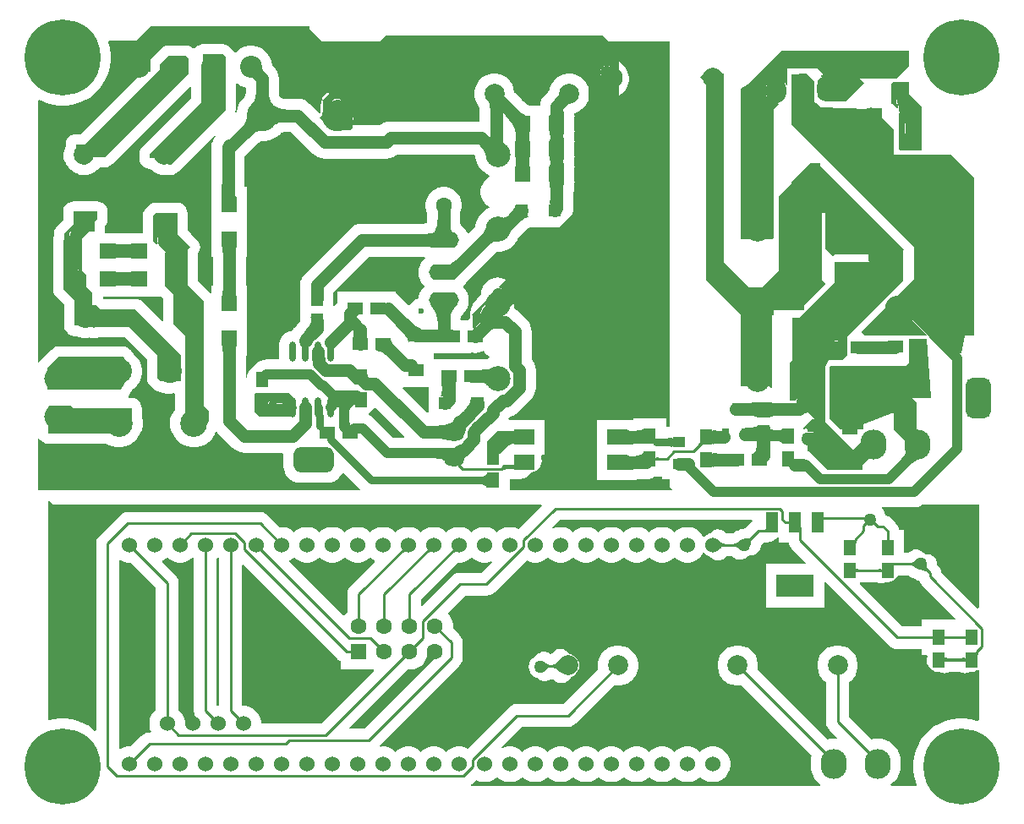
<source format=gbl>
G04*
G04 #@! TF.GenerationSoftware,Altium Limited,Altium Designer,22.3.1 (43)*
G04*
G04 Layer_Physical_Order=4*
G04 Layer_Color=16711680*
%FSLAX25Y25*%
%MOIN*%
G70*
G04*
G04 #@! TF.SameCoordinates,C0646150-8C3F-47E1-8FD3-6E96B4F631F1*
G04*
G04*
G04 #@! TF.FilePolarity,Positive*
G04*
G01*
G75*
%ADD10C,0.01000*%
%ADD49C,0.09449*%
%ADD50C,0.06000*%
%ADD51O,0.08661X0.07087*%
%ADD52C,0.12205*%
%ADD53O,0.07087X0.08661*%
%ADD54C,0.08661*%
%ADD55C,0.08661*%
%ADD56C,0.10630*%
%ADD57C,0.07874*%
%ADD58C,0.09843*%
%ADD59O,0.07087X0.10236*%
%ADD60O,0.11811X0.06299*%
%ADD61O,0.14173X0.10236*%
%ADD62C,0.06299*%
%ADD63O,0.10236X0.11811*%
%ADD64C,0.08268*%
%ADD65C,0.30000*%
%ADD66C,0.04000*%
%ADD67C,0.06300*%
%ADD68R,0.06300X0.06300*%
%ADD69C,0.07874*%
%ADD70O,0.11811X0.08661*%
G04:AMPARAMS|DCode=71|XSize=157.48mil|YSize=98.43mil|CornerRadius=24.61mil|HoleSize=0mil|Usage=FLASHONLY|Rotation=180.000|XOffset=0mil|YOffset=0mil|HoleType=Round|Shape=RoundedRectangle|*
%AMROUNDEDRECTD71*
21,1,0.15748,0.04921,0,0,180.0*
21,1,0.10827,0.09843,0,0,180.0*
1,1,0.04921,-0.05413,0.02461*
1,1,0.04921,0.05413,0.02461*
1,1,0.04921,0.05413,-0.02461*
1,1,0.04921,-0.05413,-0.02461*
%
%ADD71ROUNDEDRECTD71*%
G04:AMPARAMS|DCode=72|XSize=157.48mil|YSize=98.43mil|CornerRadius=24.61mil|HoleSize=0mil|Usage=FLASHONLY|Rotation=90.000|XOffset=0mil|YOffset=0mil|HoleType=Round|Shape=RoundedRectangle|*
%AMROUNDEDRECTD72*
21,1,0.15748,0.04921,0,0,90.0*
21,1,0.10827,0.09843,0,0,90.0*
1,1,0.04921,0.02461,0.05413*
1,1,0.04921,0.02461,-0.05413*
1,1,0.04921,-0.02461,-0.05413*
1,1,0.04921,-0.02461,0.05413*
%
%ADD72ROUNDEDRECTD72*%
%ADD73C,0.05000*%
%ADD74C,0.04000*%
%ADD107C,0.05000*%
%ADD108R,0.14961X0.09055*%
%ADD109R,0.04724X0.07874*%
%ADD110R,0.05000X0.06000*%
%ADD111R,0.02756X0.04921*%
%ADD112R,0.06000X0.06000*%
%ADD113R,0.06000X0.05000*%
%ADD114R,0.07874X0.05906*%
%ADD115R,0.05118X0.05118*%
%ADD116R,0.05906X0.05118*%
%ADD117R,0.05118X0.04331*%
%ADD118O,0.02400X0.08000*%
%ADD119R,0.06000X0.06000*%
%ADD120C,0.02362*%
%ADD121C,0.01500*%
%ADD122C,0.03000*%
%ADD123C,0.08000*%
G36*
X115000Y308500D02*
X119722Y303778D01*
X142731Y303731D01*
X145000Y306000D01*
X230500D01*
X232951Y303549D01*
X257000Y303500D01*
Y151708D01*
X255713D01*
Y155080D01*
X246896D01*
X246725Y155102D01*
X246684Y155097D01*
X246643Y155101D01*
X246501Y155080D01*
X242713D01*
Y154453D01*
X240403D01*
X240232Y154475D01*
X240202Y154471D01*
X240173Y154475D01*
X240022Y154453D01*
X228370D01*
Y140547D01*
Y130547D01*
X240022D01*
X240173Y130525D01*
X240202Y130529D01*
X240232Y130525D01*
X240403Y130547D01*
X244244D01*
Y130952D01*
X244410Y130962D01*
X245251Y130965D01*
X245273Y130969D01*
X247633D01*
X248907Y131094D01*
X250132Y131466D01*
X251262Y132069D01*
X251274Y132080D01*
X254169D01*
Y130814D01*
X257000D01*
Y128000D01*
X258038Y126962D01*
X257847Y126500D01*
X194000D01*
Y131088D01*
X198072D01*
X199312Y131251D01*
X200467Y131730D01*
X201459Y132491D01*
X202766Y133797D01*
X203368Y133876D01*
X204462Y134330D01*
X205402Y135051D01*
X206124Y135991D01*
X206577Y137086D01*
X206732Y138261D01*
X206577Y139435D01*
X206324Y140047D01*
X206658Y140547D01*
X207630D01*
Y154453D01*
X193975D01*
X193605Y154953D01*
X193666Y155153D01*
X194257Y155745D01*
X195307Y156063D01*
X196436Y156667D01*
X197426Y157479D01*
X202359Y162412D01*
X203171Y163402D01*
X203774Y164531D01*
X204146Y165756D01*
X204272Y167030D01*
Y174007D01*
X204146Y175281D01*
X203774Y176506D01*
X203171Y177636D01*
X202711Y178196D01*
Y189192D01*
X202586Y190466D01*
X202214Y191691D01*
X201610Y192821D01*
X200798Y193810D01*
X196859Y197750D01*
X195869Y198562D01*
X195690Y198658D01*
X195725Y198772D01*
X195851Y200046D01*
Y200562D01*
X190969Y195681D01*
X188322D01*
X187929Y196163D01*
X187981Y196437D01*
X188260Y196623D01*
X188358Y196757D01*
X188584Y196984D01*
X188717Y197081D01*
X188996Y197497D01*
X189319D01*
X190295Y197691D01*
X191121Y198244D01*
X191674Y199071D01*
X191868Y200046D01*
Y204058D01*
X191674Y205034D01*
X191121Y205861D01*
X190295Y206413D01*
X190079Y206456D01*
X189934Y206934D01*
X192649Y209649D01*
X191818Y210092D01*
X190593Y210464D01*
X189319Y210590D01*
X188045Y210464D01*
X186820Y210092D01*
X185690Y209489D01*
X184701Y208677D01*
X183888Y207687D01*
X183285Y206558D01*
X182913Y205332D01*
X182801Y204195D01*
X182622Y203768D01*
X182622Y203768D01*
X182621Y203765D01*
X182058Y203284D01*
X181573Y202716D01*
X181570Y202716D01*
X181570D01*
X181027Y202054D01*
X180988Y201981D01*
X180688Y201735D01*
X179876Y200746D01*
X179273Y199617D01*
X179053Y198893D01*
X178912Y198428D01*
X178759Y197983D01*
X178759D01*
X178650Y197513D01*
X178471Y196924D01*
X178346Y195650D01*
Y194376D01*
X177846Y193884D01*
X177713Y193761D01*
X175030D01*
X174579Y194236D01*
X174581Y194261D01*
X174644Y194606D01*
X174728Y194920D01*
X174825Y195185D01*
X174933Y195412D01*
X175052Y195610D01*
X175186Y195790D01*
X175342Y195961D01*
X175669Y196256D01*
X175735Y196334D01*
X175743Y196340D01*
X175818Y196398D01*
X175876Y196473D01*
X176709Y197489D01*
X177373Y198731D01*
X177782Y200079D01*
X177920Y201480D01*
X177782Y202882D01*
X177373Y204229D01*
X176709Y205471D01*
X175816Y206560D01*
X175607Y206732D01*
Y207232D01*
X175836Y207420D01*
X176652Y208414D01*
X179747Y211509D01*
X179801Y211561D01*
X179812Y211574D01*
X188178Y219940D01*
X188811Y220522D01*
X188954Y220635D01*
X188979Y220652D01*
X190198D01*
X191921Y220995D01*
X193545Y221668D01*
X195006Y222644D01*
X196249Y223886D01*
X197225Y225348D01*
X197578Y226200D01*
X198806Y227597D01*
X199111Y227905D01*
X199124Y227923D01*
X199152Y227951D01*
X199162Y227958D01*
X200406Y229144D01*
X201386Y229968D01*
X201715Y230210D01*
X201983Y230384D01*
X202015Y230402D01*
X213402D01*
X218757Y235757D01*
X219004Y236572D01*
X219130Y237846D01*
Y243087D01*
X219132Y243103D01*
X219150Y244161D01*
X219598D01*
Y247926D01*
X219619Y248056D01*
X219613Y248114D01*
X219621Y248173D01*
X219598Y248344D01*
Y253978D01*
X219621Y254149D01*
X219613Y254207D01*
X219619Y254266D01*
X219598Y254395D01*
Y257926D01*
X219619Y258055D01*
X219613Y258114D01*
X219621Y258173D01*
X219598Y258344D01*
Y263978D01*
X219621Y264149D01*
X219613Y264207D01*
X219619Y264266D01*
X219598Y264395D01*
Y267926D01*
X219619Y268056D01*
X219613Y268114D01*
X219621Y268173D01*
X219598Y268344D01*
Y273978D01*
X219621Y274149D01*
X219598Y274320D01*
Y275325D01*
X219815Y275368D01*
X221260Y275966D01*
X222559Y276835D01*
X223665Y277941D01*
X224534Y279240D01*
X225000Y280366D01*
Y285634D01*
X224534Y286760D01*
X223665Y288059D01*
X222559Y289165D01*
X221260Y290034D01*
X219815Y290632D01*
X218282Y290937D01*
X216718D01*
X215185Y290632D01*
X213740Y290034D01*
X212440Y289165D01*
X211335Y288059D01*
X210466Y286760D01*
X209868Y285315D01*
X209709Y284517D01*
X209268Y284012D01*
X209042Y283783D01*
X209029Y283766D01*
X207980Y282717D01*
X207168Y281727D01*
X206564Y280598D01*
X206192Y279373D01*
X206095Y278381D01*
X206065Y278186D01*
X206064Y278161D01*
X202432D01*
X202372Y278173D01*
X202135Y278190D01*
X202097Y278198D01*
X201961Y278242D01*
X201733Y278342D01*
X201423Y278510D01*
X201040Y278754D01*
X200634Y279051D01*
X199519Y280002D01*
X198912Y280587D01*
X198899Y280597D01*
X196343Y283153D01*
X196330Y283170D01*
X196062Y283443D01*
X195909Y283608D01*
Y283782D01*
X195604Y285315D01*
X195006Y286760D01*
X194138Y288059D01*
X193032Y289165D01*
X191732Y290034D01*
X190287Y290632D01*
X188754Y290937D01*
X187191D01*
X185657Y290632D01*
X184213Y290034D01*
X182913Y289165D01*
X181807Y288059D01*
X180939Y286760D01*
X180340Y285315D01*
X180035Y283782D01*
Y282218D01*
X180340Y280685D01*
X180939Y279240D01*
X181807Y277941D01*
X182093Y277655D01*
X182108Y277433D01*
X182111Y277113D01*
X182114Y277093D01*
Y272031D01*
X147000D01*
X145726Y271906D01*
X144501Y271534D01*
X143371Y270931D01*
X142885Y270531D01*
X132000D01*
Y269500D01*
X131000Y268500D01*
X123500D01*
Y269000D01*
X119000Y273500D01*
X120500Y275000D01*
Y280500D01*
X123000Y283000D01*
X122500Y283500D01*
Y283958D01*
X122399Y283904D01*
X121409Y283091D01*
X120597Y282101D01*
X119993Y280972D01*
X119622Y279747D01*
X119496Y278473D01*
Y275394D01*
X119034Y275203D01*
X115158Y279079D01*
X114168Y279891D01*
X113039Y280495D01*
X111814Y280867D01*
X110539Y280992D01*
X105853D01*
X105845Y280994D01*
X105357Y281008D01*
X105031Y281037D01*
X104752Y281082D01*
X104519Y281136D01*
X104326Y281198D01*
X104169Y281262D01*
X104041Y281329D01*
X103932Y281398D01*
X103834Y281473D01*
X103668Y281628D01*
X103513Y281795D01*
X103437Y281892D01*
X103368Y282001D01*
X103302Y282130D01*
X103237Y282287D01*
X103176Y282479D01*
X103121Y282713D01*
X103077Y282991D01*
X103047Y283317D01*
X103033Y283805D01*
X103032Y283814D01*
Y289027D01*
X102906Y290302D01*
X102534Y291527D01*
X101931Y292656D01*
X101118Y293646D01*
X100337Y294427D01*
X100038Y295930D01*
X99410Y297446D01*
X98498Y298811D01*
X97338Y299971D01*
X95973Y300883D01*
X94457Y301511D01*
X92848Y301831D01*
X91207D01*
X89597Y301511D01*
X88081Y300883D01*
X86717Y299971D01*
X86037Y299291D01*
X85547Y299389D01*
X85494Y299517D01*
X84853Y300353D01*
X84853Y300353D01*
X83853Y301353D01*
X83017Y301994D01*
X82044Y302397D01*
X81262Y302500D01*
X72738D01*
X71956Y302397D01*
X70983Y301994D01*
X70147Y301353D01*
X69833Y300944D01*
X69215Y300959D01*
X68517Y301494D01*
X67544Y301897D01*
X66500Y302034D01*
X66500Y302034D01*
X59500D01*
X59500Y302034D01*
X58456Y301897D01*
X57483Y301494D01*
X56647Y300853D01*
X56647Y300853D01*
X53147Y297353D01*
X52506Y296517D01*
X52500Y296503D01*
Y291500D01*
X50000D01*
X48921Y290421D01*
X48290Y290495D01*
X47384Y289589D01*
X47347Y289500D01*
X47294D01*
X24829Y267035D01*
X23000D01*
X21956Y266897D01*
X20983Y266494D01*
X20147Y265853D01*
X19506Y265017D01*
X19103Y264044D01*
X18966Y263000D01*
Y262193D01*
X18620Y261359D01*
X18403Y260270D01*
X18103Y259544D01*
X17966Y258500D01*
X18103Y257456D01*
X18506Y256483D01*
X18975Y255872D01*
X19218Y255284D01*
X20087Y253984D01*
X21192Y252878D01*
X22492Y252010D01*
X23218Y251709D01*
X23483Y251506D01*
X24456Y251103D01*
X25500Y250965D01*
X25500Y250965D01*
X27000D01*
X27182Y250989D01*
X27365Y250982D01*
X27702Y251058D01*
X28044Y251103D01*
X28214Y251173D01*
X28393Y251214D01*
X28698Y251374D01*
X29017Y251506D01*
X29163Y251618D01*
X29325Y251703D01*
X29370Y251744D01*
X30012Y252010D01*
X31312Y252878D01*
X32399Y253965D01*
X34500D01*
X35544Y254103D01*
X36517Y254506D01*
X37353Y255147D01*
X68003Y285798D01*
X68466Y285607D01*
Y281171D01*
X49147Y261853D01*
X48506Y261017D01*
X48103Y260044D01*
X47965Y259000D01*
X47965Y259000D01*
Y257500D01*
X48103Y256456D01*
X48506Y255483D01*
X49147Y254647D01*
X49983Y254006D01*
X50956Y253603D01*
X52000Y253466D01*
X52101D01*
X52688Y252878D01*
X53988Y252010D01*
X55433Y251412D01*
X56966Y251106D01*
X58447D01*
X58456Y251103D01*
X59500Y250965D01*
X59500Y250965D01*
X60500D01*
X61544Y251103D01*
X62517Y251506D01*
X63353Y252147D01*
X77718Y266513D01*
X78089Y266177D01*
X77569Y265543D01*
X76966Y264414D01*
X76594Y263188D01*
X76469Y261914D01*
Y247272D01*
X76465Y247249D01*
X76466Y247244D01*
X76465Y247239D01*
X76469Y245965D01*
Y239761D01*
X76500Y239441D01*
Y232261D01*
Y222944D01*
X76477Y222773D01*
X76485Y222714D01*
X76479Y222656D01*
X76500Y222526D01*
Y218761D01*
X76950D01*
X76961Y218581D01*
X76965Y217752D01*
X76969Y217730D01*
Y208335D01*
X76966Y208318D01*
X76948Y207261D01*
X76500D01*
Y204413D01*
X76000Y204206D01*
X71034Y209171D01*
Y219884D01*
X71494Y220483D01*
X71897Y221456D01*
X72035Y222500D01*
X71897Y223544D01*
X71494Y224517D01*
X70853Y225353D01*
X70853Y225353D01*
X68500Y227706D01*
Y228000D01*
X68206D01*
X67035Y229171D01*
Y236000D01*
X66897Y237044D01*
X66494Y238017D01*
X65853Y238853D01*
X65017Y239494D01*
X64044Y239897D01*
X63000Y240035D01*
X54500D01*
X53456Y239897D01*
X52483Y239494D01*
X51647Y238853D01*
X51647Y238853D01*
X50647Y237853D01*
X50006Y237017D01*
X49603Y236044D01*
X49466Y235000D01*
X49466Y235000D01*
Y228000D01*
X45183D01*
X45012Y228023D01*
X44954Y228015D01*
X44895Y228021D01*
X44766Y228000D01*
X38734D01*
X38605Y228021D01*
X38546Y228015D01*
X38488Y228023D01*
X38317Y228000D01*
X34848D01*
X34518Y228376D01*
X34534Y228500D01*
Y230822D01*
X34728Y231079D01*
X34846Y231291D01*
X34994Y231483D01*
X35104Y231747D01*
X35244Y231997D01*
X35304Y232232D01*
X35397Y232456D01*
X35434Y232740D01*
X35506Y233017D01*
X35503Y233260D01*
X35535Y233500D01*
Y236500D01*
X35397Y237544D01*
X34994Y238517D01*
X34353Y239353D01*
X33517Y239994D01*
X32544Y240397D01*
X31500Y240534D01*
X22000D01*
X20956Y240397D01*
X19983Y239994D01*
X19147Y239353D01*
X18506Y238517D01*
X18103Y237544D01*
X17966Y236500D01*
Y233171D01*
X15647Y230853D01*
X15006Y230017D01*
X14603Y229044D01*
X14466Y228000D01*
X14466Y228000D01*
Y226919D01*
X14103Y226044D01*
X13965Y225000D01*
X13965Y225000D01*
Y213000D01*
Y206000D01*
X14103Y204956D01*
X14506Y203983D01*
X15000Y203339D01*
Y203000D01*
X15294D01*
X18465Y199829D01*
Y191500D01*
X18603Y190456D01*
X19006Y189483D01*
X19647Y188647D01*
X20483Y188006D01*
X21456Y187603D01*
X22500Y187466D01*
X23236D01*
X24385Y186989D01*
X25995Y186669D01*
X27635D01*
X28439Y186829D01*
X28642Y186728D01*
X28782Y186699D01*
X28914Y186645D01*
X29296Y186594D01*
X29674Y186517D01*
X29816Y186526D01*
X29958Y186507D01*
X30340Y186557D01*
X30725Y186581D01*
X30861Y186626D01*
X31003Y186645D01*
X31359Y186792D01*
X31724Y186914D01*
X31830Y186966D01*
X42329D01*
X50965Y178329D01*
Y171000D01*
X51103Y169956D01*
X51506Y168983D01*
X52147Y168147D01*
X53647Y166647D01*
X54483Y166006D01*
X55456Y165603D01*
X56500Y165465D01*
X56500Y165465D01*
X56599D01*
X57455Y165111D01*
X59141Y164776D01*
X60859D01*
X61579Y164919D01*
X61966Y164602D01*
Y158449D01*
X61273Y157412D01*
X60571Y155717D01*
X60540Y155561D01*
X60506Y155517D01*
X60103Y154544D01*
X59965Y153500D01*
X60103Y152456D01*
X60213Y152191D01*
Y152083D01*
X60571Y150283D01*
X61273Y148588D01*
X62292Y147062D01*
X63590Y145765D01*
X65115Y144745D01*
X66811Y144043D01*
X68610Y143685D01*
X70445D01*
X72245Y144043D01*
X73940Y144745D01*
X75466Y145765D01*
X76763Y147062D01*
X77782Y148588D01*
X78184Y149556D01*
X78678Y149629D01*
X78882Y149382D01*
X84882Y143382D01*
X85871Y142569D01*
X87001Y141966D01*
X88226Y141594D01*
X89500Y141469D01*
X104499D01*
X104834Y141098D01*
X104827Y141021D01*
Y136100D01*
X104952Y134834D01*
X105321Y133616D01*
X105921Y132493D01*
X106728Y131509D01*
X107712Y130702D01*
X108835Y130102D01*
X110052Y129733D01*
X111319Y129608D01*
X122146D01*
X123412Y129733D01*
X124630Y130102D01*
X125752Y130702D01*
X126736Y131509D01*
X127543Y132493D01*
X128035Y133413D01*
X128601Y133553D01*
X135155Y127000D01*
X134948Y126500D01*
X13131D01*
X12989Y126538D01*
X12724D01*
X12462Y126573D01*
X12200Y126538D01*
X11935D01*
X11793Y126500D01*
X8000D01*
Y146898D01*
X8500Y146997D01*
X8506Y146983D01*
X9147Y146147D01*
X9983Y145506D01*
X10956Y145103D01*
X12000Y144966D01*
X35258Y144966D01*
X35588Y144745D01*
X37283Y144043D01*
X39083Y143685D01*
X40917D01*
X42717Y144043D01*
X44412Y144745D01*
X45938Y145765D01*
X47235Y147062D01*
X48255Y148588D01*
X48957Y150283D01*
X49315Y152083D01*
Y153917D01*
X49035Y155327D01*
Y159000D01*
X48897Y160044D01*
X48494Y161017D01*
X47853Y161853D01*
X47017Y162494D01*
X46044Y162897D01*
X45000Y163034D01*
X43927D01*
X43878Y163090D01*
X43708Y163534D01*
X43916Y163805D01*
X44231Y164210D01*
X45593Y166534D01*
X45877Y166723D01*
X47092Y167938D01*
X48046Y169368D01*
X48704Y170955D01*
X49039Y172641D01*
Y174359D01*
X48704Y176045D01*
X48046Y177632D01*
X47092Y179061D01*
X45877Y180277D01*
X45760Y180354D01*
X45262Y181235D01*
X45251Y181250D01*
X45244Y181267D01*
X44935Y181670D01*
X44629Y182077D01*
X44614Y182088D01*
X44603Y182103D01*
X44200Y182412D01*
X43799Y182725D01*
X43782Y182733D01*
X43767Y182744D01*
X43298Y182939D01*
X42830Y183137D01*
X42811Y183140D01*
X42794Y183147D01*
X42290Y183213D01*
X41787Y183284D01*
X41769Y183282D01*
X41750Y183284D01*
X16250D01*
X15206Y183147D01*
X14233Y182744D01*
X13397Y182103D01*
X8897Y177603D01*
X8500Y177085D01*
X8000Y177255D01*
Y280415D01*
X8433Y280665D01*
X9295Y280167D01*
X11596Y279214D01*
X14002Y278569D01*
X16471Y278244D01*
X18962D01*
X21431Y278569D01*
X23837Y279214D01*
X26138Y280167D01*
X28295Y281412D01*
X30271Y282928D01*
X32032Y284690D01*
X33548Y286666D01*
X34794Y288823D01*
X35747Y291124D01*
X36391Y293529D01*
X36717Y295999D01*
Y298489D01*
X36391Y300959D01*
X35747Y303364D01*
X35677Y303532D01*
X35956Y303947D01*
X46925Y303925D01*
X52500Y309500D01*
X115000D01*
Y308500D01*
D02*
G37*
G36*
X351500Y294000D02*
X346500Y289000D01*
X332000D01*
X333750Y287250D01*
X326500Y280000D01*
X318500D01*
Y282170D01*
X318842Y282451D01*
X319818Y282645D01*
X320645Y283198D01*
X321197Y284025D01*
X321391Y285000D01*
Y286575D01*
X321197Y287550D01*
X320645Y288377D01*
X319818Y288930D01*
X318842Y289124D01*
X317867Y288930D01*
X317689Y288811D01*
X316802Y289698D01*
X316882Y290191D01*
X317833Y290667D01*
X315500Y293000D01*
X303500D01*
Y286275D01*
X303000Y286176D01*
X302651Y287017D01*
X302010Y287853D01*
X301175Y288494D01*
X300202Y288897D01*
X299157Y289035D01*
X298113Y288897D01*
X297140Y288494D01*
X296305Y287853D01*
X295663Y287017D01*
X295260Y286044D01*
X295123Y285000D01*
Y283425D01*
X295260Y282381D01*
X295663Y281408D01*
X296305Y280572D01*
X297140Y279931D01*
X298113Y279528D01*
X299157Y279391D01*
X299763Y279470D01*
X299997Y278997D01*
X298000Y277000D01*
Y226000D01*
X297500Y225500D01*
X285000D01*
Y285000D01*
X287667Y286667D01*
X301000Y300000D01*
X351500D01*
Y294000D01*
D02*
G37*
G36*
X99018Y283076D02*
X99071Y282491D01*
X99159Y281934D01*
X99283Y281405D01*
X99443Y280904D01*
X99638Y280431D01*
X99868Y279986D01*
X100134Y279569D01*
X100435Y279180D01*
X100772Y278819D01*
X92228D01*
X92565Y279180D01*
X92866Y279569D01*
X93132Y279986D01*
X93362Y280431D01*
X93557Y280904D01*
X93717Y281405D01*
X93841Y281934D01*
X93929Y282491D01*
X93982Y283076D01*
X94000Y283689D01*
X99000D01*
X99018Y283076D01*
D02*
G37*
G36*
X351500Y283000D02*
X356500Y278000D01*
Y260500D01*
X348000D01*
X347500Y261000D01*
Y275186D01*
X348000Y275393D01*
X349849Y273544D01*
Y264261D01*
X349965Y263675D01*
X350297Y263179D01*
X350793Y262848D01*
X351378Y262731D01*
X351963Y262848D01*
X352460Y263179D01*
X352791Y263675D01*
X352907Y264261D01*
Y274178D01*
X352791Y274763D01*
X352460Y275259D01*
X352325Y275394D01*
Y277029D01*
X352760Y277249D01*
X354283Y277249D01*
X354000Y277279D01*
X353648Y277376D01*
X353323Y277516D01*
X352888Y277749D01*
D01*
X352499Y277999D01*
X352871Y277758D01*
X353277Y277535D01*
X353648Y277376D01*
X353983Y277280D01*
X354283Y277249D01*
X348307D01*
X348352Y277266D01*
X348356Y277316D01*
X348320Y277401D01*
X348243Y277519D01*
X348127Y277671D01*
X347773Y278077D01*
X346939Y278939D01*
X349691Y280431D01*
X350309Y279826D01*
X351819Y278510D01*
X350523Y279640D01*
X349529Y280633D01*
Y283500D01*
X349413Y284085D01*
X349081Y284581D01*
X348585Y284913D01*
X348000Y285029D01*
X347415Y284913D01*
X346919Y284581D01*
X346587Y284085D01*
X346471Y283500D01*
Y280000D01*
X346587Y279415D01*
X346919Y278919D01*
X347327Y278510D01*
X347266Y278205D01*
Y277441D01*
X346766Y277234D01*
X345000Y279000D01*
X344500D01*
Y287000D01*
X345000Y287500D01*
X351500D01*
Y283000D01*
D02*
G37*
G36*
X217461Y279063D02*
X217376Y279047D01*
X217265Y278998D01*
X217129Y278916D01*
X216966Y278801D01*
X216564Y278470D01*
X216057Y278007D01*
X215447Y277411D01*
X215101Y277758D01*
X215103Y277348D01*
X215274Y274781D01*
X215337Y274504D01*
X215411Y274307D01*
X215494Y274188D01*
X215586Y274149D01*
X209610D01*
X209703Y274188D01*
X209786Y274307D01*
X209859Y274504D01*
X209923Y274781D01*
X209976Y275136D01*
X210054Y276084D01*
X210098Y278098D01*
X214760D01*
X211911Y280947D01*
X212226Y281265D01*
X213416Y282629D01*
X213498Y282765D01*
X213547Y282876D01*
X213563Y282961D01*
X217461Y279063D01*
D02*
G37*
G36*
X191876Y282351D02*
X191914Y282222D01*
X191987Y282069D01*
X192094Y281893D01*
X192235Y281694D01*
X192619Y281223D01*
X193141Y280659D01*
X193454Y280341D01*
X191148Y278705D01*
X191146Y278308D01*
X190318Y278116D01*
X189317Y277406D01*
X188906Y277789D01*
X186146Y277150D01*
X186142Y277595D01*
X186044Y278966D01*
X185999Y279206D01*
X185946Y279406D01*
X185885Y279564D01*
X185815Y279682D01*
X185738Y279759D01*
X189139Y280349D01*
X191872Y282457D01*
X191876Y282351D01*
D02*
G37*
G36*
X86717Y287029D02*
X88081Y286118D01*
X89597Y285490D01*
X89969Y285416D01*
Y283814D01*
X89967Y283805D01*
X89953Y283317D01*
X89923Y282991D01*
X89879Y282713D01*
X89824Y282479D01*
X89763Y282287D01*
X89698Y282130D01*
X89632Y282001D01*
X89562Y281892D01*
X89487Y281795D01*
X89276Y281569D01*
X89165Y281413D01*
X88653Y280901D01*
X87547Y279246D01*
X86786Y277407D01*
X86409Y275511D01*
X85915Y275592D01*
X86035Y276500D01*
X86035Y276500D01*
Y287058D01*
X86497Y287250D01*
X86717Y287029D01*
D02*
G37*
G36*
X101219Y278396D02*
X101609Y278095D01*
X102026Y277829D01*
X102471Y277598D01*
X102944Y277403D01*
X103445Y277244D01*
X103974Y277120D01*
X104531Y277031D01*
X105115Y276978D01*
X105728Y276961D01*
Y271961D01*
X105115Y271943D01*
X104531Y271890D01*
X103974Y271801D01*
X103445Y271677D01*
X102944Y271518D01*
X102471Y271323D01*
X102026Y271093D01*
X101609Y270827D01*
X101219Y270526D01*
X100858Y270189D01*
Y278732D01*
X101219Y278396D01*
D02*
G37*
G36*
X96439Y268359D02*
X95946Y268341D01*
X95457Y268279D01*
X94974Y268172D01*
X94497Y268020D01*
X94024Y267823D01*
X93558Y267582D01*
X93096Y267295D01*
X92639Y266964D01*
X92188Y266588D01*
X91742Y266168D01*
X88207Y269703D01*
X88628Y270149D01*
X89004Y270600D01*
X89335Y271056D01*
X89621Y271518D01*
X89863Y271985D01*
X90059Y272457D01*
X90211Y272935D01*
X90318Y273418D01*
X90381Y273906D01*
X90398Y274400D01*
X96439Y268359D01*
D02*
G37*
G36*
X191157Y266093D02*
X191245Y265147D01*
X191323Y264732D01*
X191422Y264356D01*
X191543Y264019D01*
X191687Y263719D01*
X191853Y263459D01*
X192041Y263237D01*
X192251Y263054D01*
X187669Y262421D01*
X184398Y259150D01*
X184381Y259421D01*
X184325Y259705D01*
X184230Y260000D01*
X184095Y260308D01*
X183922Y260629D01*
X183709Y260962D01*
X183457Y261308D01*
X183166Y261666D01*
X182466Y262419D01*
X186002Y265954D01*
X186146Y265815D01*
X186146Y265815D01*
X191146Y266624D01*
X191157Y266093D01*
D02*
G37*
G36*
X215103Y268199D02*
X215105Y268173D01*
X215586D01*
X215494Y268123D01*
X215411Y267973D01*
X215337Y267723D01*
X215274Y267373D01*
X215220Y266923D01*
X215203Y266661D01*
X215337Y264599D01*
X215411Y264349D01*
X215494Y264199D01*
X215586Y264149D01*
X215115D01*
X215098Y263173D01*
X210098D01*
X210093Y264123D01*
X210092Y264149D01*
X209610D01*
X209703Y264199D01*
X209786Y264349D01*
X209859Y264599D01*
X209923Y264949D01*
X209976Y265399D01*
X209994Y265661D01*
X209859Y267723D01*
X209786Y267973D01*
X209703Y268123D01*
X209610Y268173D01*
X210082D01*
X210098Y269149D01*
X215098D01*
X215103Y268199D01*
D02*
G37*
G36*
X196807Y277012D02*
X198133Y275881D01*
X198764Y275421D01*
X199372Y275032D01*
X199959Y274714D01*
X200524Y274467D01*
X201066Y274290D01*
X201587Y274184D01*
X202086Y274149D01*
X197086Y269149D01*
X201598D01*
X201603Y268199D01*
X201605Y268173D01*
X202086D01*
X201994Y268123D01*
X201911Y267973D01*
X201837Y267723D01*
X201774Y267373D01*
X201720Y266923D01*
X201703Y266661D01*
X201837Y264599D01*
X201911Y264349D01*
X201994Y264199D01*
X202086Y264149D01*
X201615D01*
X201598Y263173D01*
X196598D01*
X196593Y264123D01*
X196592Y264149D01*
X196110D01*
X196203Y264199D01*
X196286Y264349D01*
X196359Y264599D01*
X196423Y264949D01*
X196476Y265399D01*
X196493Y265661D01*
X196359Y267723D01*
X196286Y267973D01*
X196203Y268123D01*
X196110Y268173D01*
X196075Y268672D01*
X195969Y269193D01*
X195792Y269736D01*
X195545Y270300D01*
X195227Y270887D01*
X194838Y271495D01*
X194378Y272126D01*
X193848Y272778D01*
X192575Y274149D01*
X196110Y277684D01*
X196807Y277012D01*
D02*
G37*
G36*
X82000Y297500D02*
Y276500D01*
X60500Y255000D01*
X59500D01*
X57000Y257500D01*
X52000D01*
Y259000D01*
X72500Y279500D01*
Y293500D01*
Y294000D01*
X73000Y296000D01*
Y298500D01*
X81000D01*
X82000Y297500D01*
D02*
G37*
G36*
X67500Y297000D02*
Y291000D01*
X34500Y258000D01*
X29500D01*
X27000Y255000D01*
X25500D01*
X22000Y258500D01*
X23000Y259500D01*
Y263000D01*
X26500D01*
X56000Y292500D01*
Y294500D01*
X59500Y298000D01*
X66500D01*
X67500Y297000D01*
D02*
G37*
G36*
X215103Y258199D02*
X215105Y258173D01*
X215586D01*
X215494Y258123D01*
X215411Y257973D01*
X215337Y257723D01*
X215274Y257373D01*
X215220Y256923D01*
X215203Y256661D01*
X215337Y254599D01*
X215411Y254349D01*
X215494Y254199D01*
X215586Y254149D01*
X215115D01*
X215098Y253173D01*
X210098D01*
X210093Y254123D01*
X210092Y254149D01*
X209610D01*
X209703Y254199D01*
X209786Y254349D01*
X209859Y254599D01*
X209923Y254949D01*
X209976Y255399D01*
X209994Y255661D01*
X209859Y257723D01*
X209786Y257973D01*
X209703Y258123D01*
X209610Y258173D01*
X210082D01*
X210098Y259149D01*
X215098D01*
X215103Y258199D01*
D02*
G37*
G36*
X201603D02*
X201605Y258173D01*
X202086D01*
X201994Y258123D01*
X201911Y257973D01*
X201837Y257723D01*
X201774Y257373D01*
X201720Y256923D01*
X201703Y256661D01*
X201837Y254599D01*
X201911Y254349D01*
X201994Y254199D01*
X202086Y254149D01*
X201615D01*
X201598Y253173D01*
X196598D01*
X196593Y254123D01*
X196592Y254149D01*
X196110D01*
X196203Y254199D01*
X196286Y254349D01*
X196359Y254599D01*
X196423Y254949D01*
X196476Y255399D01*
X196493Y255661D01*
X196359Y257723D01*
X196286Y257973D01*
X196203Y258123D01*
X196110Y258173D01*
X196582D01*
X196598Y259149D01*
X201598D01*
X201603Y258199D01*
D02*
G37*
G36*
X85510Y246299D02*
X85658Y244049D01*
X85747Y243499D01*
X85856Y243049D01*
X85984Y242699D01*
X86132Y242449D01*
X86300Y242299D01*
X86488Y242249D01*
X80512D01*
X80500Y247249D01*
X85500D01*
X85510Y246299D01*
D02*
G37*
G36*
X215494Y248123D02*
X215411Y247973D01*
X215337Y247723D01*
X215274Y247373D01*
X215220Y246923D01*
X215142Y245723D01*
X215098Y243173D01*
X214875D01*
X214260Y239508D01*
X209166D01*
X209343Y239558D01*
X209501Y239708D01*
X209641Y239958D01*
X209763Y240308D01*
X209865Y240758D01*
X209949Y241308D01*
X210061Y242708D01*
X210091Y244159D01*
X209859Y247723D01*
X209786Y247973D01*
X209703Y248123D01*
X209610Y248173D01*
X215586D01*
X215494Y248123D01*
D02*
G37*
G36*
X201472Y234414D02*
X201141Y234378D01*
X200770Y234272D01*
X200359Y234095D01*
X199909Y233848D01*
X199419Y233530D01*
X198890Y233141D01*
X197713Y232151D01*
X196378Y230878D01*
X196047Y231209D01*
X196241Y230741D01*
X195854Y230350D01*
X194291Y228572D01*
X194158Y228371D01*
X194060Y228197D01*
X193999Y228051D01*
X190935Y234222D01*
X191196Y234157D01*
X191472Y234141D01*
X191760Y234172D01*
X192063Y234252D01*
X192379Y234379D01*
X192709Y234555D01*
X193053Y234778D01*
X193410Y235050D01*
X193649Y235256D01*
X195105Y236926D01*
X195494Y237455D01*
X195812Y237945D01*
X196060Y238395D01*
X196237Y238805D01*
X196343Y239176D01*
X196378Y239508D01*
X201472Y234414D01*
D02*
G37*
G36*
X63000Y227500D02*
X68000Y222500D01*
X67000Y221500D01*
Y207500D01*
X73500Y201000D01*
Y160000D01*
X75500Y158000D01*
Y154000D01*
X75000Y153000D01*
X64500D01*
X64000Y153500D01*
X66000Y155500D01*
Y187500D01*
X61500Y192000D01*
Y204000D01*
X58500Y207000D01*
X58000D01*
Y220188D01*
X58500Y220395D01*
X58951Y219944D01*
Y218012D01*
X58512Y218012D01*
X58688Y217812D01*
X58761Y217562D01*
X58764Y217512D01*
X58928Y215000D01*
X58878Y214238D01*
X58928Y215000D01*
X58761Y217562D01*
X58688Y217812D01*
X58605Y217962D01*
X58512Y218012D01*
X64488D01*
X64395Y217962D01*
X64312Y217812D01*
X64239Y217562D01*
X64176Y217212D01*
X64230Y217512D01*
X64239Y217562D01*
X64333Y217835D01*
X64488Y218012D01*
X64049Y218012D01*
Y221000D01*
Y221000D01*
X63855Y221975D01*
X63302Y222802D01*
X60297Y225808D01*
Y228094D01*
X60289Y228013D01*
X60258Y227327D01*
X60248Y226474D01*
X55248D01*
X55246Y226922D01*
X55123Y228728D01*
X55084Y228883D01*
X55041Y228995D01*
X54992Y229066D01*
X60504D01*
X60455Y228995D01*
X60412Y228883D01*
X60373Y228728D01*
X60340Y228531D01*
X60373Y228728D01*
X60504Y229066D01*
X60297D01*
Y231878D01*
X60103Y232854D01*
X59550Y233680D01*
X58723Y234233D01*
X57748Y234427D01*
X56773Y234233D01*
X55946Y233680D01*
X55393Y232854D01*
X55199Y231878D01*
Y229066D01*
X54992Y229066D01*
X55123Y228728D01*
X55134Y228567D01*
X55199Y227604D01*
Y224752D01*
X55293Y224281D01*
D01*
D01*
X54906Y223708D01*
X54811Y223689D01*
D01*
X53500Y225000D01*
Y235000D01*
X54500Y236000D01*
X63000D01*
Y227500D01*
D02*
G37*
G36*
X116382Y259382D02*
X117371Y258569D01*
X118500Y257966D01*
X119726Y257594D01*
X121000Y257469D01*
X145500D01*
X146774Y257594D01*
X148000Y257966D01*
X149129Y258569D01*
X149615Y258969D01*
X180159D01*
X180260Y258844D01*
X180376Y258685D01*
X180398Y258651D01*
Y258223D01*
X180741Y256499D01*
X181413Y254875D01*
X182389Y253414D01*
X183632Y252172D01*
X185093Y251195D01*
X186123Y250769D01*
Y250228D01*
X186119Y250226D01*
X185012Y249487D01*
X184071Y248546D01*
X183332Y247439D01*
X182823Y246210D01*
X182563Y244904D01*
Y243574D01*
X182823Y242268D01*
X183332Y241039D01*
X184071Y239932D01*
X185012Y238991D01*
X185940Y238371D01*
X185918Y237821D01*
X185093Y237479D01*
X183632Y236503D01*
X182389Y235260D01*
X181413Y233799D01*
X180741Y232176D01*
X180486Y230895D01*
X180463Y230858D01*
X180414Y230788D01*
X179729Y229977D01*
X179453Y229693D01*
X179442Y229678D01*
X177895Y228131D01*
X177280Y228223D01*
X176789Y229141D01*
X175896Y230230D01*
X175473Y230577D01*
X175417Y230632D01*
X175383Y230651D01*
X174807Y231123D01*
X174687Y231188D01*
X174555Y232438D01*
X174533Y233392D01*
X174531Y233406D01*
Y236090D01*
X174875Y236919D01*
X175150Y238300D01*
Y239708D01*
X174875Y241090D01*
X174336Y242391D01*
X173554Y243562D01*
X172558Y244557D01*
X171387Y245340D01*
X170086Y245879D01*
X168704Y246154D01*
X167296D01*
X165915Y245879D01*
X164613Y245340D01*
X163442Y244557D01*
X162447Y243562D01*
X161664Y242391D01*
X161125Y241090D01*
X160850Y239708D01*
Y238300D01*
X161125Y236919D01*
X161469Y236090D01*
Y233437D01*
X161468Y233430D01*
X161448Y232800D01*
X161403Y232358D01*
X161337Y231978D01*
X161294Y231815D01*
X159216Y231688D01*
X158387Y231684D01*
X158365Y231681D01*
X135650D01*
X134376Y231556D01*
X133150Y231184D01*
X132021Y230581D01*
X131032Y229768D01*
X113382Y212118D01*
X112569Y211129D01*
X111966Y209999D01*
X111742Y209261D01*
X111500D01*
Y207819D01*
X111469Y207500D01*
Y202261D01*
X111500Y201941D01*
Y194975D01*
X111491Y194888D01*
X111500Y194829D01*
Y193580D01*
X111489Y193465D01*
X111368Y193292D01*
X110027Y191706D01*
X109130Y190778D01*
X109019Y190628D01*
X108938Y190529D01*
X108788Y190374D01*
X108742Y190290D01*
X108369Y189836D01*
X108169Y189462D01*
X107142Y189327D01*
X105878Y188803D01*
X104791Y187969D01*
X103958Y186883D01*
X103434Y185618D01*
X103255Y184261D01*
Y178661D01*
X103269Y178558D01*
X102939Y178182D01*
X98192D01*
X97016Y178066D01*
X95885Y177723D01*
X94842Y177165D01*
X93929Y176416D01*
X92237Y174724D01*
X91487Y173810D01*
X90930Y172768D01*
X90587Y171637D01*
X90531Y171075D01*
X90031Y171099D01*
Y178687D01*
X90034Y178703D01*
X90052Y179761D01*
X90500D01*
Y183526D01*
X90521Y183656D01*
X90515Y183714D01*
X90522Y183773D01*
X90500Y183944D01*
Y193261D01*
Y203078D01*
X90522Y203249D01*
X90515Y203307D01*
X90521Y203366D01*
X90500Y203495D01*
Y207261D01*
X90050D01*
X90039Y207440D01*
X90035Y208269D01*
X90031Y208291D01*
Y217687D01*
X90034Y217703D01*
X90052Y218761D01*
X90500D01*
Y222526D01*
X90521Y222656D01*
X90515Y222714D01*
X90522Y222773D01*
X90500Y222944D01*
Y232261D01*
Y242078D01*
X90522Y242249D01*
X90522Y242252D01*
X90522Y242255D01*
X90500Y242424D01*
Y246261D01*
X89556D01*
X89543Y246452D01*
X89534Y247291D01*
X89531Y247311D01*
Y258255D01*
X94505Y263228D01*
X94512Y263233D01*
X94867Y263569D01*
X95118Y263778D01*
X95346Y263944D01*
X95550Y264070D01*
X95730Y264163D01*
X95886Y264228D01*
X96025Y264272D01*
X96151Y264300D01*
X96273Y264316D01*
X96582Y264327D01*
X96770Y264358D01*
X97495D01*
X99447Y264746D01*
X101285Y265508D01*
X102940Y266614D01*
X103452Y267126D01*
X103608Y267237D01*
X103834Y267448D01*
X103932Y267523D01*
X104041Y267593D01*
X104169Y267659D01*
X104326Y267724D01*
X104519Y267785D01*
X104752Y267840D01*
X105031Y267884D01*
X105357Y267914D01*
X105845Y267928D01*
X105853Y267929D01*
X107834D01*
X116382Y259382D01*
D02*
G37*
G36*
X31500Y233500D02*
X30500Y232167D01*
Y228500D01*
X28000D01*
X27000Y227500D01*
X25500Y225500D01*
Y213000D01*
X27000Y211500D01*
Y207000D01*
X29500Y204500D01*
X29474Y204474D01*
Y199500D01*
X31000D01*
X32500Y198000D01*
X46500D01*
X64500Y180000D01*
Y169500D01*
X56500D01*
X55000Y171000D01*
Y180000D01*
X44000Y191000D01*
X30379D01*
X30408Y190761D01*
X29958Y190542D01*
X29500Y191000D01*
X26653D01*
X26462Y191462D01*
X26500Y191500D01*
X22500D01*
Y201500D01*
X18000Y206000D01*
Y213000D01*
Y225000D01*
X18500Y225500D01*
Y228000D01*
X21847Y231347D01*
X22344Y231165D01*
X22334Y230917D01*
X22279Y230665D01*
X22334Y230917D01*
X22356Y231160D01*
X22345Y231396D01*
X25770Y227971D01*
X25534Y227982D01*
X25291Y227960D01*
X25039Y227905D01*
X25291Y227960D01*
X25682Y227975D01*
X25770Y227971D01*
X25389Y228352D01*
X25389Y228852D01*
X27333Y230797D01*
X27665Y231293D01*
X27781Y231878D01*
X27665Y232463D01*
X27333Y232960D01*
X26837Y233291D01*
X26252Y233407D01*
X25667Y233291D01*
X25171Y232960D01*
X23462Y231251D01*
X23116Y230905D01*
X22836D01*
X22345Y231396D01*
Y231396D01*
X22000Y231744D01*
Y236500D01*
X31500D01*
Y233500D01*
D02*
G37*
G36*
X188743Y224686D02*
X188465Y224697D01*
X188176Y224666D01*
X187874Y224593D01*
X187561Y224478D01*
X187237Y224320D01*
X186900Y224121D01*
X186553Y223879D01*
X186193Y223596D01*
X185439Y222902D01*
X182347Y226882D01*
X182720Y227266D01*
X183617Y228328D01*
X183843Y228652D01*
X184032Y228961D01*
X184185Y229256D01*
X184300Y229536D01*
X184379Y229801D01*
X184421Y230051D01*
X188743Y224686D01*
D02*
G37*
G36*
X45012Y218012D02*
X44962Y218105D01*
X44812Y218188D01*
X44562Y218261D01*
X44212Y218324D01*
X43762Y218378D01*
X42562Y218456D01*
X42069Y218465D01*
X38938Y218261D01*
X38688Y218188D01*
X38538Y218105D01*
X38488Y218012D01*
Y223988D01*
X38538Y223895D01*
X38688Y223812D01*
X38938Y223739D01*
X39288Y223676D01*
X39738Y223622D01*
X40938Y223544D01*
X41431Y223535D01*
X44562Y223739D01*
X44812Y223812D01*
X44962Y223895D01*
X45012Y223988D01*
Y218012D01*
D02*
G37*
G36*
X170525Y232181D02*
X170724Y230293D01*
X170899Y229526D01*
X171123Y228878D01*
X171397Y228347D01*
X171721Y227935D01*
X172095Y227641D01*
X172519Y227465D01*
X172992Y227407D01*
X164098Y227382D01*
Y222237D01*
X163902Y222316D01*
X163623Y222386D01*
X163261Y222448D01*
X162288Y222547D01*
X160207Y222634D01*
X158405Y222650D01*
Y227650D01*
X159347Y227654D01*
X163623Y227914D01*
X163647Y227920D01*
X163948Y228253D01*
X164312Y228748D01*
X164627Y229282D01*
X164894Y229855D01*
X165112Y230467D01*
X165282Y231118D01*
X165403Y231807D01*
X165476Y232536D01*
X165500Y233303D01*
X170500D01*
X170525Y232181D01*
D02*
G37*
G36*
X86395Y222723D02*
X86312Y222573D01*
X86239Y222323D01*
X86176Y221973D01*
X86122Y221523D01*
X86044Y220323D01*
X86000Y217773D01*
X81000D01*
X80995Y218723D01*
X80761Y222323D01*
X80688Y222573D01*
X80605Y222723D01*
X80512Y222773D01*
X86488D01*
X86395Y222723D01*
D02*
G37*
G36*
X177019Y214483D02*
X173669Y211294D01*
X169978Y213930D01*
Y210517D01*
X168000Y212000D01*
Y213000D01*
X168028Y213015D01*
X168094Y213059D01*
X169602Y214198D01*
X167582Y215641D01*
X168023Y215412D01*
X168522Y215312D01*
X169079Y215340D01*
X169695Y215498D01*
X170370Y215786D01*
X171103Y216201D01*
X171895Y216747D01*
X172745Y217421D01*
X173654Y218224D01*
X174621Y219156D01*
X177019Y214483D01*
D02*
G37*
G36*
X45012Y207012D02*
X44962Y207105D01*
X44812Y207188D01*
X44562Y207261D01*
X44212Y207324D01*
X43762Y207378D01*
X42562Y207456D01*
X42069Y207465D01*
X38938Y207261D01*
X38688Y207188D01*
X38538Y207105D01*
X38488Y207012D01*
Y212988D01*
X38538Y212895D01*
X38688Y212812D01*
X38938Y212739D01*
X39288Y212676D01*
X39738Y212622D01*
X40938Y212544D01*
X41431Y212535D01*
X44562Y212739D01*
X44812Y212812D01*
X44962Y212895D01*
X45012Y212988D01*
Y207012D01*
D02*
G37*
G36*
X86005Y207299D02*
X86239Y203699D01*
X86312Y203449D01*
X86395Y203299D01*
X86488Y203249D01*
X80512D01*
X80605Y203299D01*
X80688Y203449D01*
X80761Y203699D01*
X80824Y204049D01*
X80878Y204499D01*
X80956Y205699D01*
X81000Y208249D01*
X86000D01*
X86005Y207299D01*
D02*
G37*
G36*
X57465Y202329D02*
Y193394D01*
X57003Y193202D01*
X49353Y200853D01*
X48517Y201494D01*
X47544Y201897D01*
X46500Y202034D01*
X46500Y202034D01*
X34171D01*
X33853Y202353D01*
X33661Y202500D01*
X33831Y203000D01*
X38317D01*
X38488Y202977D01*
X38546Y202985D01*
X38605Y202979D01*
X38734Y203000D01*
X44766D01*
X44895Y202979D01*
X44954Y202985D01*
X45012Y202977D01*
X45183Y203000D01*
X56794D01*
X57465Y202329D01*
D02*
G37*
G36*
X186770Y203117D02*
Y202073D01*
X186433Y201848D01*
X186039Y201258D01*
X185939Y201238D01*
X185250Y200777D01*
Y200777D01*
X185248Y200753D01*
X184886Y200456D01*
X184587Y200091D01*
X184562Y200089D01*
X184562D01*
X184103Y199401D01*
X184084Y199307D01*
X183504Y198919D01*
X182952Y198092D01*
X182823Y197446D01*
X182784Y197451D01*
X182727Y197166D01*
X182588Y196723D01*
X182522Y196625D01*
X182453Y196279D01*
X182328Y195650D01*
Y192693D01*
X180194Y190560D01*
X180000Y190380D01*
X179500Y190598D01*
Y195500D01*
X179000Y196000D01*
X186308Y203308D01*
X186770Y203117D01*
D02*
G37*
G36*
X158368Y218616D02*
X160105Y218600D01*
X160594Y218579D01*
X160764Y218072D01*
X160164Y217580D01*
X159271Y216491D01*
X158607Y215249D01*
X158198Y213902D01*
X158060Y212500D01*
X158198Y211099D01*
X158607Y209751D01*
X159271Y208509D01*
X160164Y207420D01*
X160373Y207248D01*
Y206748D01*
X160144Y206560D01*
X159251Y205471D01*
X158587Y204229D01*
X158178Y202882D01*
X158113Y202219D01*
X157252Y201989D01*
X156071Y201307D01*
X155106Y200342D01*
X154679Y199603D01*
X154184Y199538D01*
X150642Y203079D01*
X149653Y203891D01*
X149000Y204240D01*
Y204961D01*
X146343D01*
X146024Y204992D01*
X145704Y204961D01*
X133319D01*
X133000Y204992D01*
X132681Y204961D01*
X126000D01*
Y200614D01*
X125569Y200089D01*
X125223Y199441D01*
X124570Y199280D01*
X124500Y199328D01*
Y201941D01*
X124531Y202261D01*
Y204795D01*
X138355Y218619D01*
X158347D01*
X158368Y218616D01*
D02*
G37*
G36*
X144986Y199366D02*
X145017Y199281D01*
X145067Y199206D01*
X145138Y199141D01*
X145229Y199086D01*
X145340Y199041D01*
X145472Y199006D01*
X145624Y198981D01*
X145796Y198966D01*
X145988Y198961D01*
Y197961D01*
X145796Y197956D01*
X145624Y197941D01*
X145472Y197916D01*
X145340Y197881D01*
X145229Y197836D01*
X145138Y197781D01*
X145067Y197716D01*
X145017Y197641D01*
X144986Y197556D01*
X144976Y197461D01*
Y199461D01*
X144986Y199366D01*
D02*
G37*
G36*
X144523Y196461D02*
X144138Y196746D01*
X142656Y197721D01*
X142448Y197826D01*
X142269Y197901D01*
X142120Y197946D01*
X142000Y197961D01*
Y198961D01*
X142120Y198976D01*
X142269Y199021D01*
X142448Y199096D01*
X142656Y199200D01*
X143161Y199500D01*
X143783Y199920D01*
X144523Y200460D01*
Y196461D01*
D02*
G37*
G36*
X130997Y195985D02*
X130963Y196001D01*
X130915Y195998D01*
X130852Y195976D01*
X130775Y195933D01*
X130684Y195871D01*
X130578Y195790D01*
X130324Y195567D01*
X130012Y195265D01*
X129305Y195973D01*
X129465Y196136D01*
X129911Y196645D01*
X129973Y196736D01*
X130015Y196813D01*
X130038Y196875D01*
X130041Y196923D01*
X130024Y196957D01*
X130997Y195985D01*
D02*
G37*
G36*
X172493Y198824D02*
X172071Y198361D01*
X171698Y197861D01*
X171375Y197324D01*
X171101Y196750D01*
X170878Y196139D01*
X170704Y195492D01*
X170579Y194807D01*
X170505Y194086D01*
X170480Y193327D01*
X165480D01*
X165455Y194086D01*
X165381Y194807D01*
X165256Y195492D01*
X165082Y196139D01*
X164859Y196750D01*
X164585Y197324D01*
X164262Y197861D01*
X163890Y198361D01*
X163467Y198824D01*
X162995Y199251D01*
X172965D01*
X172493Y198824D01*
D02*
G37*
G36*
X134439Y192544D02*
X135209Y192491D01*
X132718Y190000D01*
X133282D01*
X135491Y192209D01*
X135523Y191799D01*
X135548Y190657D01*
X135529Y190497D01*
X135500Y190386D01*
X135461Y190325D01*
X135413Y190314D01*
X135354Y190354D01*
X135000Y190000D01*
X137500D01*
X137505Y189382D01*
X137622Y187562D01*
X137676Y187269D01*
X137739Y187041D01*
X137812Y186879D01*
X137895Y186781D01*
X137988Y186749D01*
X132012D01*
X132105Y186781D01*
X132188Y186879D01*
X132261Y187041D01*
X132324Y187269D01*
X132378Y187562D01*
X132422Y187919D01*
X132481Y188830D01*
X132499Y189922D01*
X132477Y190201D01*
X132452Y191343D01*
X132471Y191503D01*
X132500Y191614D01*
X132538Y191675D01*
X132588Y191685D01*
X132647Y191647D01*
X133353Y192353D01*
X133315Y192412D01*
X133325Y192462D01*
X133386Y192500D01*
X133497Y192529D01*
X133657Y192548D01*
X133868Y192557D01*
X134439Y192544D01*
D02*
G37*
G36*
X170875Y189982D02*
X168278Y187385D01*
X168268Y187755D01*
X168300Y188574D01*
X168331Y188750D01*
X168373Y188878D01*
X168426Y188958D01*
X168489Y188989D01*
X168562Y188972D01*
X168647Y188907D01*
X169354Y189614D01*
X169288Y189698D01*
X169272Y189772D01*
X169303Y189835D01*
X169383Y189887D01*
X169511Y189929D01*
X169687Y189961D01*
X169912Y189982D01*
X170185Y189993D01*
X170875Y189982D01*
D02*
G37*
G36*
X186645Y189870D02*
X183476Y186471D01*
X179210Y189737D01*
X179271Y189754D01*
X179403Y189847D01*
X179605Y190014D01*
X180633Y190966D01*
X182988Y193284D01*
X186645Y189870D01*
D02*
G37*
G36*
X120488Y190273D02*
X120608Y190220D01*
X120605Y190060D01*
X120476Y189795D01*
X120224Y189424D01*
X119847Y188947D01*
X118720Y187674D01*
X116097Y184969D01*
X112032Y187975D01*
X113021Y188999D01*
X114572Y190832D01*
X115134Y191641D01*
X115554Y192378D01*
X115832Y193044D01*
X115969Y193638D01*
X115962Y194160D01*
X115814Y194611D01*
X115524Y194991D01*
X120488Y190273D01*
D02*
G37*
G36*
X159991Y190023D02*
X160141Y190015D01*
X164941Y189984D01*
Y184984D01*
X159941Y184937D01*
Y190032D01*
X159991Y190023D01*
D02*
G37*
G36*
X153712Y194327D02*
X157151Y191357D01*
X157843Y190880D01*
X158468Y190509D01*
X159026Y190244D01*
X159517Y190085D01*
X159941Y190032D01*
X154059Y184937D01*
X154010Y185357D01*
X153863Y185837D01*
X153617Y186375D01*
X153274Y186972D01*
X152832Y187629D01*
X152292Y188345D01*
X150917Y189954D01*
X149150Y191799D01*
X152685Y195335D01*
X153712Y194327D01*
D02*
G37*
G36*
X124000Y181461D02*
X123000D01*
X122985Y181495D01*
X122941Y181567D01*
X122762Y181822D01*
X121515Y183480D01*
X125485D01*
X124000Y181461D01*
D02*
G37*
G36*
X115215Y183614D02*
X114240Y182126D01*
X114135Y181916D01*
X114060Y181735D01*
X114015Y181583D01*
X114000Y181461D01*
X113000D01*
X112985Y181583D01*
X112940Y181735D01*
X112865Y181916D01*
X112760Y182126D01*
X112460Y182634D01*
X112040Y183258D01*
X111501Y183999D01*
X115499D01*
X115215Y183614D01*
D02*
G37*
G36*
X184071Y180877D02*
X185012Y179936D01*
X185940Y179316D01*
X185917Y178766D01*
X185093Y178425D01*
X185049Y178395D01*
X185046Y178395D01*
X183565Y178299D01*
X183134Y178295D01*
X183114Y178292D01*
X179000D01*
X178681Y178261D01*
X170319D01*
X170000Y178292D01*
X169681Y178261D01*
X163953D01*
Y180559D01*
X163970Y180582D01*
X164500Y180761D01*
X164500Y180761D01*
Y180761D01*
X178500D01*
Y180761D01*
X178801Y180984D01*
X179226Y180855D01*
X180500Y180729D01*
X181774Y180855D01*
X183000Y181226D01*
X183617Y181557D01*
X184071Y180877D01*
D02*
G37*
G36*
X314000Y288000D02*
Y280000D01*
X314750Y279250D01*
X316769Y277568D01*
X335500Y277000D01*
X336500Y278000D01*
X345500Y269000D01*
Y259000D01*
X368000D01*
X377000Y250000D01*
Y187500D01*
X373475D01*
X373473Y187473D01*
X372124Y180656D01*
X371582Y180491D01*
X364574Y187500D01*
X352410Y199663D01*
X351749Y200105D01*
X350969Y200260D01*
X349000D01*
X348220Y200105D01*
X347558Y199663D01*
X347116Y199002D01*
X346961Y198221D01*
X347116Y197441D01*
X347558Y196779D01*
X348220Y196337D01*
X349000Y196182D01*
X350124D01*
X358344Y187962D01*
X358153Y187500D01*
X334000D01*
X332500Y189000D01*
X353500Y210000D01*
Y222500D01*
X308000Y268000D01*
X305500Y270500D01*
X305000Y271000D01*
Y290500D01*
X311000Y291000D01*
X314000Y288000D01*
D02*
G37*
G36*
X86395Y183723D02*
X86312Y183573D01*
X86239Y183323D01*
X86176Y182973D01*
X86122Y182523D01*
X86044Y181323D01*
X86000Y178773D01*
X81000D01*
X80995Y179723D01*
X80761Y183323D01*
X80688Y183573D01*
X80605Y183723D01*
X80512Y183773D01*
X86488D01*
X86395Y183723D01*
D02*
G37*
G36*
X147023Y186440D02*
X147129Y186089D01*
X147306Y185696D01*
X147554Y185261D01*
X147872Y184784D01*
X148261Y184266D01*
X149251Y183103D01*
X150523Y181773D01*
X146988Y178237D01*
X146292Y178909D01*
X144965Y180040D01*
X144335Y180500D01*
X143726Y180889D01*
X143140Y181207D01*
X142575Y181454D01*
X142032Y181631D01*
X141511Y181737D01*
X141012Y181773D01*
X146988Y186749D01*
X147023Y186440D01*
D02*
G37*
G36*
X360217Y163366D02*
X359877Y163000D01*
X352723D01*
X354459Y161264D01*
Y146752D01*
X353920Y146645D01*
X353258Y146203D01*
X352816Y145541D01*
X352661Y144761D01*
Y144149D01*
X352161Y144062D01*
X345500Y150723D01*
Y157145D01*
X333500Y152500D01*
Y150500D01*
X324500D01*
X320000Y155000D01*
Y175347D01*
X320462Y175538D01*
X320500Y175500D01*
X350000D01*
X351500Y177000D01*
Y186433D01*
X358500D01*
X360217Y163366D01*
D02*
G37*
G36*
X157466Y175871D02*
X157501Y174528D01*
X157479Y174409D01*
X157447Y174341D01*
X157405Y174322D01*
X157354Y174354D01*
X156647Y173646D01*
X156678Y173595D01*
X156659Y173553D01*
X156591Y173521D01*
X156472Y173499D01*
X156304Y173486D01*
X156085Y173484D01*
X155498Y173507D01*
X154710Y173570D01*
X157430Y176289D01*
X157466Y175871D01*
D02*
G37*
G36*
X132874Y175447D02*
X133262Y174974D01*
X133379Y174782D01*
X133445Y174619D01*
X133461Y174486D01*
X133425Y174382D01*
X133338Y174308D01*
X133201Y174264D01*
X133012Y174249D01*
Y168273D01*
X132973Y168308D01*
X132026Y169241D01*
X129068Y172193D01*
X132604Y175728D01*
X132874Y175447D01*
D02*
G37*
G36*
X185049Y168072D02*
X184892Y168298D01*
X184693Y168500D01*
X184453Y168678D01*
X184172Y168833D01*
X183848Y168964D01*
X183484Y169070D01*
X183077Y169154D01*
X182629Y169213D01*
X182140Y169249D01*
X181608Y169261D01*
X183170Y174261D01*
X183714Y174265D01*
X185485Y174380D01*
X185826Y174433D01*
X186388Y174567D01*
X186608Y174648D01*
X186788Y174739D01*
X185049Y168072D01*
D02*
G37*
G36*
X45000Y173500D02*
X40750Y166250D01*
X11750D01*
Y174750D01*
X16250Y179250D01*
X41750D01*
X45000Y173500D01*
D02*
G37*
G36*
X172895Y169223D02*
X172812Y169073D01*
X172739Y168823D01*
X172676Y168473D01*
X172622Y168023D01*
X172544Y166823D01*
X172500Y164273D01*
X171329D01*
X171150Y163608D01*
X166055D01*
X166330Y163658D01*
X166575Y163808D01*
X166792Y164058D01*
X166980Y164408D01*
X167139Y164858D01*
X167269Y165408D01*
X167370Y166058D01*
X167412Y166497D01*
X167261Y168823D01*
X167188Y169073D01*
X167105Y169223D01*
X167012Y169273D01*
X172988D01*
X172895Y169223D01*
D02*
G37*
G36*
X108500Y163500D02*
Y160990D01*
X107723D01*
X107340Y161267D01*
X107340Y162459D01*
X107324Y162306D01*
X107218Y161920D01*
X107067Y161695D01*
X106854Y161500D01*
X106788Y161461D01*
X106854Y161500D01*
X107067Y161695D01*
X107219Y161920D01*
X107310Y162174D01*
X107340Y162459D01*
Y156462D01*
X107310Y156747D01*
X107219Y157002D01*
X107067Y157226D01*
X106854Y157421D01*
X106580Y157586D01*
X106854Y157421D01*
X107067Y157226D01*
X107218Y157002D01*
X107324Y156615D01*
X107340Y156462D01*
X107340Y157654D01*
X107723Y157931D01*
X108500D01*
Y155500D01*
X95500D01*
X93500Y157500D01*
Y164500D01*
X93462Y164538D01*
X93653Y165000D01*
X107000D01*
X108500Y163500D01*
D02*
G37*
G36*
X133012Y165249D02*
X133024Y159953D01*
X132983Y160333D01*
X132862Y160673D01*
X132661Y160973D01*
X132380Y161233D01*
X132019Y161453D01*
X131578Y161633D01*
X131056Y161773D01*
X130455Y161873D01*
X129773Y161933D01*
X129012Y161953D01*
Y165953D01*
X133012Y165249D01*
D02*
G37*
G36*
X162043Y163979D02*
X162034Y163937D01*
X162042Y163771D01*
X162021Y163608D01*
X162043Y163437D01*
Y157347D01*
X161581Y157156D01*
X151758Y166979D01*
X151949Y167441D01*
X162043D01*
Y163979D01*
D02*
G37*
G36*
X296632Y161210D02*
X296782Y161176D01*
X297032Y161145D01*
X297832Y161096D01*
X301582Y161046D01*
Y156046D01*
X300632Y156038D01*
X297832Y155852D01*
X297382Y155767D01*
X297032Y155667D01*
X296782Y155551D01*
X296632Y155420D01*
X296582Y155273D01*
Y161249D01*
X296632Y161210D01*
D02*
G37*
G36*
X291606Y155273D02*
X291556Y155430D01*
X291406Y155572D01*
X291156Y155696D01*
X290806Y155804D01*
X290356Y155896D01*
X289806Y155970D01*
X288406Y156070D01*
X286606Y156103D01*
Y161103D01*
X291606Y161249D01*
Y155273D01*
D02*
G37*
G36*
X130700Y154988D02*
X130760Y154306D01*
X130860Y153705D01*
X131000Y153184D01*
X131180Y152742D01*
X131400Y152381D01*
X131660Y152100D01*
X131960Y151899D01*
X132300Y151778D01*
X132680Y151737D01*
X128012Y151749D01*
X127759Y151789D01*
X127533Y151909D01*
X127333Y152109D01*
X127160Y152389D01*
X127013Y152749D01*
X126893Y153189D01*
X126800Y153709D01*
X126733Y154309D01*
X126680Y155749D01*
X130680D01*
X130700Y154988D01*
D02*
G37*
G36*
X246725Y145092D02*
X246675Y145074D01*
X246525Y145059D01*
X245925Y145033D01*
X245232Y145027D01*
Y145000D01*
X244282Y144996D01*
X240682Y144784D01*
X240432Y144718D01*
X240282Y144643D01*
X240232Y144559D01*
Y150441D01*
X240282Y150357D01*
X240432Y150282D01*
X240682Y150216D01*
X241032Y150159D01*
X241482Y150110D01*
X243036Y150036D01*
X244925Y150171D01*
X245475Y150267D01*
X245925Y150384D01*
X246275Y150523D01*
X246525Y150683D01*
X246675Y150865D01*
X246725Y151068D01*
Y145092D01*
D02*
G37*
G36*
X183937Y158514D02*
X183810Y158460D01*
X183585Y158301D01*
X183262Y158036D01*
X181702Y156604D01*
X179155Y154103D01*
X178967Y153907D01*
X177983Y152729D01*
X177573Y152150D01*
X177218Y151577D01*
X176918Y151010D01*
X176673Y150450D01*
X176483Y149896D01*
X176348Y149349D01*
X176268Y148808D01*
X169855Y152778D01*
X170146Y152901D01*
X170508Y153112D01*
X170943Y153414D01*
X172028Y154286D01*
X173401Y155517D01*
X175606Y157653D01*
X175979Y158042D01*
X177110Y159391D01*
X177570Y160042D01*
X177959Y160677D01*
X178277Y161295D01*
X178525Y161898D01*
X178701Y162484D01*
X178807Y163054D01*
X178843Y163608D01*
X183937Y158514D01*
D02*
G37*
G36*
X22000Y159000D02*
X45000D01*
Y152000D01*
X40000Y148000D01*
X37000Y149000D01*
X12000Y149000D01*
Y159500D01*
X12500Y160000D01*
X21000D01*
X22000Y159000D01*
D02*
G37*
G36*
X152580Y147683D02*
X152389Y147221D01*
X148177D01*
X140226Y155173D01*
X139312Y155922D01*
X138371Y156425D01*
X138312Y156756D01*
X138346Y156979D01*
X138850Y157248D01*
X139763Y157998D01*
X140513Y158911D01*
X140607Y159088D01*
X141102Y159161D01*
X152580Y147683D01*
D02*
G37*
G36*
X291606Y146273D02*
X286713Y146261D01*
Y151261D01*
X287642Y151270D01*
X289845Y151419D01*
X290383Y151508D01*
X290823Y151616D01*
X291166Y151745D01*
X291411Y151893D01*
X291558Y152061D01*
X291606Y152249D01*
Y146273D01*
D02*
G37*
G36*
X169855Y146222D02*
X169531Y146370D01*
X169142Y146502D01*
X168689Y146619D01*
X168170Y146720D01*
X166939Y146876D01*
X165447Y146969D01*
X163696Y147000D01*
Y152000D01*
X164604Y152008D01*
X167587Y152195D01*
X168170Y152280D01*
X169142Y152498D01*
X169531Y152630D01*
X169855Y152778D01*
Y146222D01*
D02*
G37*
G36*
X296611Y151700D02*
X296732Y151360D01*
X296933Y151060D01*
X297214Y150800D01*
X297575Y150580D01*
X298017Y150400D01*
X298538Y150260D01*
X299081Y150169D01*
X299911Y150238D01*
X300351Y150327D01*
X300711Y150435D01*
X300991Y150564D01*
X301191Y150712D01*
X301311Y150880D01*
X301351Y151068D01*
Y145092D01*
X301311Y145279D01*
X301191Y145447D01*
X300991Y145596D01*
X300711Y145724D01*
X300351Y145833D01*
X299911Y145922D01*
X299391Y145991D01*
X298111Y146070D01*
X297351Y146080D01*
Y146236D01*
X296582Y146273D01*
X296570Y152080D01*
X296611Y151700D01*
D02*
G37*
G36*
X270481Y144604D02*
X270405Y144659D01*
X270313Y144686D01*
X270208Y144685D01*
X270088Y144655D01*
X269954Y144598D01*
X269805Y144512D01*
X269642Y144397D01*
X269465Y144255D01*
X269067Y143885D01*
X268360Y144592D01*
X268559Y144798D01*
X268873Y145167D01*
X268987Y145330D01*
X269073Y145478D01*
X269131Y145613D01*
X269160Y145733D01*
X269162Y145838D01*
X269134Y145929D01*
X269079Y146006D01*
X270481Y144604D01*
D02*
G37*
G36*
X274086Y150475D02*
X274216Y150392D01*
X274431Y150319D01*
X274733Y150255D01*
X275121Y150202D01*
X276155Y150124D01*
X278354Y150080D01*
Y145080D01*
X277535Y145075D01*
X274733Y144904D01*
X274431Y144841D01*
X274216Y144767D01*
X274086Y144684D01*
X274043Y144592D01*
Y150568D01*
X274086Y150475D01*
D02*
G37*
G36*
X258181Y143389D02*
X258151Y143513D01*
X258061Y143624D01*
X257911Y143722D01*
X257701Y143807D01*
X257431Y143879D01*
X257101Y143938D01*
X256711Y143983D01*
X255751Y144036D01*
X255181Y144042D01*
Y147042D01*
X255751Y147049D01*
X257101Y147147D01*
X257431Y147206D01*
X257701Y147277D01*
X257911Y147362D01*
X258061Y147460D01*
X258151Y147571D01*
X258181Y147696D01*
Y143389D01*
D02*
G37*
G36*
X296582Y145118D02*
X296389Y142868D01*
X296273Y142318D01*
X296132Y141868D01*
X295966Y141518D01*
X295773Y141268D01*
X295555Y141118D01*
X295311Y141068D01*
X289335D01*
X289764Y141118D01*
X290148Y141268D01*
X290487Y141518D01*
X290781Y141868D01*
X291030Y142318D01*
X291233Y142868D01*
X291391Y143518D01*
X291504Y144268D01*
X291572Y145118D01*
X291594Y146068D01*
X296594D01*
X296582Y145118D01*
D02*
G37*
G36*
X197500Y146000D02*
X193000Y144000D01*
X191000Y142000D01*
X190000Y141000D01*
X189500Y141500D01*
X189000Y142000D01*
X185000D01*
Y146000D01*
X189000Y150000D01*
X197500D01*
Y146000D01*
D02*
G37*
G36*
X246725Y136092D02*
X246675Y135884D01*
X246525Y135699D01*
X246275Y135535D01*
X245925Y135393D01*
X245475Y135273D01*
X245232Y135230D01*
Y135000D01*
X244282Y134996D01*
X240682Y134784D01*
X240432Y134718D01*
X240282Y134643D01*
X240232Y134559D01*
Y140441D01*
X240282Y140357D01*
X240432Y140282D01*
X240682Y140216D01*
X241032Y140159D01*
X241482Y140110D01*
X242893Y140043D01*
X244275Y140186D01*
X244925Y140331D01*
X245475Y140517D01*
X245925Y140744D01*
X246275Y141013D01*
X246525Y141323D01*
X246675Y141675D01*
X246725Y142068D01*
Y136092D01*
D02*
G37*
G36*
X251711Y139985D02*
X251741Y139900D01*
X251791Y139825D01*
X251861Y139760D01*
X251951Y139705D01*
X252061Y139660D01*
X252191Y139625D01*
X252341Y139600D01*
X252511Y139585D01*
X252701Y139580D01*
Y138580D01*
X252511Y138575D01*
X252341Y138560D01*
X252191Y138535D01*
X252061Y138500D01*
X251951Y138455D01*
X251861Y138400D01*
X251791Y138335D01*
X251741Y138260D01*
X251711Y138175D01*
X251701Y138080D01*
Y140080D01*
X251711Y139985D01*
D02*
G37*
G36*
X294191Y137853D02*
X293822Y137843D01*
X293006Y137876D01*
X292831Y137908D01*
X292703Y137951D01*
X292624Y138004D01*
X292593Y138068D01*
X292611Y138142D01*
X292676Y138226D01*
X291969Y138933D01*
X291885Y138868D01*
X291811Y138850D01*
X291747Y138881D01*
X291694Y138960D01*
X291652Y139087D01*
X291620Y139263D01*
X291598Y139487D01*
X291587Y139759D01*
X291596Y140448D01*
X294191Y137853D01*
D02*
G37*
G36*
X170520Y142980D02*
X168548Y137200D01*
X168622Y137578D01*
X168571Y137917D01*
X168397Y138216D01*
X168098Y138475D01*
X167674Y138694D01*
X167127Y138873D01*
X166455Y139013D01*
X165659Y139112D01*
X164739Y139172D01*
X163695Y139192D01*
X164113Y143192D01*
X170520Y142980D01*
D02*
G37*
G36*
X356283Y139102D02*
X355762Y138959D01*
X355244Y138780D01*
X354732Y138565D01*
X354223Y138315D01*
X353719Y138030D01*
X353219Y137709D01*
X352724Y137353D01*
X351745Y136534D01*
X351263Y136071D01*
X347706Y138171D01*
X348404Y138897D01*
X349467Y140186D01*
X349833Y140749D01*
X350087Y141257D01*
X350231Y141711D01*
X350264Y142111D01*
X350187Y142456D01*
X349998Y142747D01*
X349699Y142983D01*
X356283Y139102D01*
D02*
G37*
G36*
X274093Y141475D02*
X274243Y141392D01*
X274493Y141319D01*
X274843Y141255D01*
X275293Y141202D01*
X276493Y141124D01*
X279043Y141080D01*
Y136080D01*
X278093Y136075D01*
X274493Y135840D01*
X274243Y135767D01*
X274093Y135684D01*
X274043Y135592D01*
Y141568D01*
X274093Y141475D01*
D02*
G37*
G36*
X278500Y216500D02*
X288500Y206500D01*
X293500D01*
X300000Y213000D01*
Y242500D01*
X305108Y247608D01*
X304962Y247962D01*
X312500Y255500D01*
X316500D01*
Y254500D01*
X349500Y221500D01*
X349000Y221000D01*
Y209000D01*
X327000Y187415D01*
Y180000D01*
X325000Y178000D01*
X319900D01*
X318500Y175308D01*
Y153500D01*
X325000Y147000D01*
X329500Y142500D01*
X336000Y149000D01*
X337500D01*
Y148000D01*
X337753Y147747D01*
X337566Y147399D01*
X337483Y147310D01*
X336871D01*
X335895Y147116D01*
X335068Y146563D01*
X334516Y145736D01*
X334321Y144761D01*
X334516Y143785D01*
X335068Y142958D01*
X335895Y142406D01*
X336871Y142212D01*
X337500D01*
X338130Y142337D01*
X338376Y141876D01*
X333000Y136500D01*
Y134500D01*
X319500D01*
X312000Y142000D01*
X311500D01*
Y144451D01*
X313279D01*
X314255Y144645D01*
X315082Y145198D01*
X315634Y146025D01*
X315828Y147000D01*
X315634Y147976D01*
X315082Y148802D01*
X314255Y149355D01*
X313279Y149549D01*
X311500D01*
Y150500D01*
X311000Y151000D01*
X309909Y150727D01*
X309662Y151162D01*
X313000Y154500D01*
X314500D01*
X311726Y157274D01*
X313217Y158764D01*
X313778Y159495D01*
X314130Y160347D01*
X314251Y161261D01*
X314130Y162174D01*
X313778Y163026D01*
X313217Y163757D01*
X312486Y164318D01*
X311634Y164671D01*
X310720Y164791D01*
X309807Y164671D01*
X308955Y164318D01*
X308224Y163757D01*
X306543Y162076D01*
X304500D01*
Y177000D01*
X305000Y177500D01*
X305500Y177600D01*
Y194500D01*
X308000D01*
X322000Y208500D01*
Y216500D01*
X336000D01*
X335500Y217000D01*
Y219500D01*
X322000D01*
X321500Y219000D01*
X318500Y222000D01*
Y236000D01*
X317000D01*
Y209500D01*
X318500Y208000D01*
X310000Y199500D01*
Y197500D01*
X298000D01*
Y195500D01*
X297500D01*
Y167153D01*
X297038Y166962D01*
X296500Y167500D01*
X285000D01*
Y196000D01*
X271500Y209500D01*
Y287000D01*
X269000Y289500D01*
X270500Y291000D01*
X278500D01*
Y216500D01*
D02*
G37*
G36*
X185012Y127512D02*
X184982Y127795D01*
X184892Y128048D01*
X184742Y128271D01*
X184532Y128464D01*
X184262Y128628D01*
X183932Y128762D01*
X183542Y128866D01*
X183092Y128940D01*
X182582Y128985D01*
X182012Y129000D01*
Y132000D01*
X182582Y132015D01*
X183092Y132060D01*
X183542Y132134D01*
X183932Y132238D01*
X184262Y132372D01*
X184532Y132536D01*
X184742Y132729D01*
X184892Y132952D01*
X184982Y133205D01*
X185012Y133488D01*
Y127512D01*
D02*
G37*
G36*
X14000Y121000D02*
X206449D01*
X206640Y120538D01*
X197379Y111277D01*
X197316Y111319D01*
X196042Y111846D01*
X194689Y112115D01*
X193311D01*
X191958Y111846D01*
X190684Y111319D01*
X189538Y110553D01*
X189000Y110015D01*
X188462Y110553D01*
X187316Y111319D01*
X186042Y111846D01*
X184689Y112115D01*
X183311D01*
X181958Y111846D01*
X180684Y111319D01*
X179538Y110553D01*
X179000Y110015D01*
X178462Y110553D01*
X177316Y111319D01*
X176042Y111846D01*
X174689Y112115D01*
X173311D01*
X171958Y111846D01*
X170684Y111319D01*
X169538Y110553D01*
X169000Y110015D01*
X168462Y110553D01*
X167316Y111319D01*
X166042Y111846D01*
X164689Y112115D01*
X163311D01*
X161958Y111846D01*
X160684Y111319D01*
X159538Y110553D01*
X159000Y110015D01*
X158462Y110553D01*
X157316Y111319D01*
X156042Y111846D01*
X154689Y112115D01*
X153311D01*
X151958Y111846D01*
X150684Y111319D01*
X149538Y110553D01*
X149000Y110015D01*
X148462Y110553D01*
X147316Y111319D01*
X146042Y111846D01*
X144689Y112115D01*
X143311D01*
X141958Y111846D01*
X140684Y111319D01*
X139538Y110553D01*
X139000Y110015D01*
X138462Y110553D01*
X137316Y111319D01*
X136042Y111846D01*
X134689Y112115D01*
X133311D01*
X131958Y111846D01*
X130684Y111319D01*
X129538Y110553D01*
X129000Y110015D01*
X128462Y110553D01*
X127316Y111319D01*
X126042Y111846D01*
X124689Y112115D01*
X123311D01*
X121958Y111846D01*
X120684Y111319D01*
X119538Y110553D01*
X119000Y110015D01*
X118462Y110553D01*
X117316Y111319D01*
X116042Y111846D01*
X114689Y112115D01*
X113311D01*
X111958Y111846D01*
X110684Y111319D01*
X109538Y110553D01*
X109000Y110015D01*
X108462Y110553D01*
X107316Y111319D01*
X106042Y111846D01*
X104689Y112115D01*
X103419D01*
X98825Y116709D01*
X97885Y117431D01*
X96790Y117884D01*
X95615Y118039D01*
X43500D01*
X42325Y117884D01*
X41231Y117431D01*
X40291Y116709D01*
X32291Y108709D01*
X31569Y107769D01*
X31116Y106675D01*
X30961Y105500D01*
Y31995D01*
X30499Y31804D01*
X30271Y32032D01*
X28295Y33549D01*
X26138Y34794D01*
X23837Y35747D01*
X21431Y36391D01*
X18962Y36717D01*
X16471D01*
X14002Y36391D01*
X12397Y35961D01*
X12000Y36266D01*
Y122446D01*
X12495Y122505D01*
X14000Y121000D01*
D02*
G37*
G36*
X295095Y110075D02*
X295085Y110073D01*
X295055Y110071D01*
X294605Y110064D01*
X294095Y110063D01*
Y111063D01*
X294285Y111068D01*
X294455Y111083D01*
X294605Y111108D01*
X294735Y111143D01*
X294845Y111188D01*
X294935Y111243D01*
X295005Y111308D01*
X295055Y111383D01*
X295085Y111468D01*
X295095Y111563D01*
Y110075D01*
D02*
G37*
G36*
X289669Y114398D02*
X288854Y113772D01*
X286617Y111536D01*
X286486Y111534D01*
X285983Y111463D01*
X285481Y111397D01*
X285462Y111389D01*
X285443Y111387D01*
X284976Y111188D01*
X284508Y110994D01*
X284492Y110982D01*
X284474Y110974D01*
X284199Y110759D01*
X283916Y110737D01*
X283860Y110717D01*
X283801Y110711D01*
X283364Y110541D01*
X282923Y110385D01*
X282874Y110352D01*
X282819Y110330D01*
X282441Y110054D01*
X282055Y109788D01*
X281842Y109597D01*
X279480D01*
X279280Y109777D01*
X279068Y109994D01*
X278666Y110309D01*
X278267Y110628D01*
X278252Y110635D01*
X278239Y110645D01*
X277770Y110846D01*
X277302Y111050D01*
X277286Y111052D01*
X277271Y111059D01*
X276764Y111131D01*
X276260Y111208D01*
X276244Y111206D01*
X276228Y111208D01*
X275720Y111147D01*
X275214Y111090D01*
X275199Y111084D01*
X275183Y111082D01*
X274708Y110892D01*
X274233Y110706D01*
X274220Y110696D01*
X274205Y110690D01*
X273796Y110384D01*
X273385Y110081D01*
X273375Y110069D01*
X273362Y110059D01*
X273047Y109657D01*
X272932Y109514D01*
X272825Y109500D01*
X271731Y109046D01*
X270791Y108325D01*
X270742Y108262D01*
X270246Y108327D01*
X270203Y108431D01*
X269437Y109578D01*
X268462Y110553D01*
X267316Y111319D01*
X266042Y111846D01*
X264689Y112115D01*
X263311D01*
X261958Y111846D01*
X260684Y111319D01*
X259538Y110553D01*
X259000Y110015D01*
X258462Y110553D01*
X257316Y111319D01*
X256042Y111846D01*
X254689Y112115D01*
X253311D01*
X251958Y111846D01*
X250684Y111319D01*
X249538Y110553D01*
X249000Y110015D01*
X248462Y110553D01*
X247316Y111319D01*
X246042Y111846D01*
X244689Y112115D01*
X243311D01*
X241958Y111846D01*
X240684Y111319D01*
X239538Y110553D01*
X239000Y110015D01*
X238462Y110553D01*
X237316Y111319D01*
X236042Y111846D01*
X234689Y112115D01*
X233311D01*
X231958Y111846D01*
X230684Y111319D01*
X229538Y110553D01*
X229000Y110015D01*
X228462Y110553D01*
X227316Y111319D01*
X226042Y111846D01*
X224689Y112115D01*
X223311D01*
X221958Y111846D01*
X220684Y111319D01*
X219538Y110553D01*
X219000Y110015D01*
X218462Y110553D01*
X217316Y111319D01*
X216042Y111846D01*
X214689Y112115D01*
X213311D01*
X211958Y111846D01*
X211164Y111517D01*
X210881Y111941D01*
X213838Y114898D01*
X289518D01*
X289669Y114398D01*
D02*
G37*
G36*
X289646Y107439D02*
X289520Y107296D01*
X289408Y107130D01*
X289309Y106943D01*
X289224Y106734D01*
X289153Y106504D01*
X289095Y106251D01*
X289051Y105977D01*
X289020Y105682D01*
X289000Y105025D01*
X286525Y107500D01*
X286864Y107503D01*
X287477Y107551D01*
X287751Y107595D01*
X288004Y107653D01*
X288234Y107724D01*
X288443Y107809D01*
X288630Y107908D01*
X288795Y108020D01*
X288939Y108146D01*
X289646Y107439D01*
D02*
G37*
G36*
X284675Y103292D02*
X284440Y103532D01*
X283985Y103937D01*
X283764Y104102D01*
X283548Y104241D01*
X283337Y104355D01*
X283131Y104444D01*
X282929Y104507D01*
X282732Y104545D01*
X282539Y104558D01*
X282563Y105558D01*
X282752Y105570D01*
X282947Y105607D01*
X283150Y105669D01*
X283359Y105755D01*
X283575Y105866D01*
X283797Y106001D01*
X284027Y106162D01*
X284263Y106347D01*
X284755Y106791D01*
X284675Y103292D01*
D02*
G37*
G36*
X276483Y106867D02*
X277055Y106350D01*
X277328Y106140D01*
X277591Y105962D01*
X277845Y105816D01*
X278089Y105703D01*
X278325Y105622D01*
X278551Y105574D01*
X278767Y105558D01*
X278748Y104558D01*
X278535Y104542D01*
X278311Y104494D01*
X278076Y104415D01*
X277828Y104304D01*
X277569Y104162D01*
X277299Y103988D01*
X277017Y103782D01*
X276418Y103275D01*
X276101Y102975D01*
X276183Y107174D01*
X276483Y106867D01*
D02*
G37*
G36*
X300138Y108046D02*
Y106063D01*
X303944D01*
X303978Y105805D01*
X304432Y104710D01*
X305153Y103770D01*
X310933Y97989D01*
X310742Y97528D01*
X295020D01*
Y80472D01*
X317980D01*
Y90289D01*
X318442Y90480D01*
X343632Y65290D01*
X344572Y64569D01*
X345667Y64116D01*
X346842Y63961D01*
X356455D01*
Y61508D01*
X358462D01*
X358740Y61093D01*
X358570Y60683D01*
X358416Y59508D01*
X358570Y58333D01*
X359024Y57239D01*
X359745Y56299D01*
X359754Y56290D01*
X360694Y55569D01*
X361788Y55116D01*
X362963Y54961D01*
X363522D01*
X363704Y54886D01*
X363980Y54735D01*
X364188Y54685D01*
X364386Y54603D01*
X364698Y54562D01*
X365003Y54488D01*
X365218Y54493D01*
X365431Y54465D01*
X365742Y54506D01*
X366056Y54514D01*
X366262Y54575D01*
X366475Y54603D01*
X366765Y54723D01*
X367066Y54812D01*
X367250Y54924D01*
X367340Y54961D01*
X371603D01*
X371691Y54925D01*
X371872Y54814D01*
X372176Y54724D01*
X372468Y54603D01*
X372678Y54575D01*
X372882Y54515D01*
X373198Y54507D01*
X373512Y54465D01*
X373723Y54493D01*
X373935Y54488D01*
X374242Y54561D01*
X374556Y54603D01*
X374752Y54684D01*
X374959Y54734D01*
X375237Y54885D01*
X375421Y54961D01*
X376000D01*
X377175Y55116D01*
X378270Y55569D01*
X378552Y55785D01*
X379000Y55564D01*
Y35852D01*
X378584Y35574D01*
X378168Y35747D01*
X375762Y36391D01*
X373292Y36717D01*
X370802D01*
X368333Y36391D01*
X365927Y35747D01*
X363626Y34794D01*
X361469Y33549D01*
X359493Y32032D01*
X357732Y30271D01*
X356215Y28295D01*
X354970Y26138D01*
X354017Y23837D01*
X353372Y21431D01*
X353047Y18962D01*
Y16471D01*
X353372Y14002D01*
X354017Y11596D01*
X354506Y10416D01*
X354228Y10000D01*
X344381D01*
X344219Y10500D01*
X345479Y11534D01*
X346618Y12922D01*
X347465Y14506D01*
X347986Y16225D01*
X348162Y18013D01*
Y19587D01*
X347986Y21375D01*
X347465Y23094D01*
X346618Y24678D01*
X345479Y26066D01*
X344090Y27206D01*
X342506Y28052D01*
X340788Y28574D01*
X339000Y28750D01*
X337213Y28574D01*
X336614Y28392D01*
X327838Y37168D01*
Y50987D01*
X328359Y51335D01*
X329464Y52441D01*
X330333Y53740D01*
X330931Y55185D01*
X331236Y56718D01*
Y58282D01*
X330931Y59815D01*
X330333Y61260D01*
X329464Y62560D01*
X328359Y63665D01*
X327059Y64534D01*
X325614Y65132D01*
X324081Y65437D01*
X322517D01*
X320984Y65132D01*
X319540Y64534D01*
X318240Y63665D01*
X317134Y62560D01*
X316266Y61260D01*
X315667Y59815D01*
X315362Y58282D01*
Y56718D01*
X315667Y55185D01*
X316266Y53740D01*
X317134Y52441D01*
X318240Y51335D01*
X318760Y50987D01*
Y35288D01*
X318915Y34113D01*
X319369Y33019D01*
X320090Y32079D01*
X323039Y29130D01*
X322811Y28650D01*
X321800Y28750D01*
X320013Y28574D01*
X319430Y28397D01*
X291741Y56087D01*
X291866Y56718D01*
Y58282D01*
X291561Y59815D01*
X290963Y61260D01*
X290094Y62560D01*
X288989Y63665D01*
X287689Y64534D01*
X286244Y65132D01*
X284711Y65437D01*
X283148D01*
X281614Y65132D01*
X280170Y64534D01*
X278870Y63665D01*
X277764Y62560D01*
X276895Y61260D01*
X276297Y59815D01*
X275992Y58282D01*
Y56718D01*
X276297Y55185D01*
X276895Y53740D01*
X277764Y52441D01*
X278870Y51335D01*
X280170Y50466D01*
X281614Y49868D01*
X283148Y49563D01*
X284711D01*
X285308Y49682D01*
X313000Y21989D01*
X312814Y21375D01*
X312638Y19587D01*
Y18013D01*
X312814Y16225D01*
X313335Y14506D01*
X314182Y12922D01*
X315321Y11534D01*
X316581Y10500D01*
X316419Y10000D01*
X178864D01*
X178694Y10500D01*
X179073Y10791D01*
X180622Y12339D01*
X180684Y12297D01*
X181958Y11769D01*
X183311Y11500D01*
X184689D01*
X186042Y11769D01*
X187316Y12297D01*
X188462Y13063D01*
X189000Y13601D01*
X189538Y13063D01*
X190684Y12297D01*
X191958Y11769D01*
X193311Y11500D01*
X194689D01*
X196042Y11769D01*
X197316Y12297D01*
X198462Y13063D01*
X199000Y13601D01*
X199538Y13063D01*
X200684Y12297D01*
X201958Y11769D01*
X203311Y11500D01*
X204689D01*
X206042Y11769D01*
X207316Y12297D01*
X208462Y13063D01*
X209000Y13601D01*
X209538Y13063D01*
X210684Y12297D01*
X211958Y11769D01*
X213311Y11500D01*
X214689D01*
X216042Y11769D01*
X217316Y12297D01*
X218462Y13063D01*
X219000Y13601D01*
X219538Y13063D01*
X220684Y12297D01*
X221958Y11769D01*
X223311Y11500D01*
X224689D01*
X226042Y11769D01*
X227316Y12297D01*
X228462Y13063D01*
X229000Y13601D01*
X229538Y13063D01*
X230684Y12297D01*
X231958Y11769D01*
X233311Y11500D01*
X234689D01*
X236042Y11769D01*
X237316Y12297D01*
X238462Y13063D01*
X239000Y13601D01*
X239538Y13063D01*
X240684Y12297D01*
X241958Y11769D01*
X243311Y11500D01*
X244689D01*
X246042Y11769D01*
X247316Y12297D01*
X248462Y13063D01*
X249000Y13601D01*
X249538Y13063D01*
X250684Y12297D01*
X251958Y11769D01*
X253311Y11500D01*
X254689D01*
X256042Y11769D01*
X257316Y12297D01*
X258462Y13063D01*
X259000Y13601D01*
X259538Y13063D01*
X260684Y12297D01*
X261958Y11769D01*
X263311Y11500D01*
X264689D01*
X266042Y11769D01*
X267316Y12297D01*
X268462Y13063D01*
X269000Y13601D01*
X269538Y13063D01*
X270684Y12297D01*
X271958Y11769D01*
X273311Y11500D01*
X274689D01*
X276042Y11769D01*
X277316Y12297D01*
X278462Y13063D01*
X279437Y14038D01*
X280203Y15185D01*
X280731Y16458D01*
X281000Y17811D01*
Y19190D01*
X280731Y20542D01*
X280203Y21816D01*
X279437Y22963D01*
X278462Y23938D01*
X277316Y24704D01*
X276042Y25231D01*
X274689Y25500D01*
X273311D01*
X271958Y25231D01*
X270684Y24704D01*
X269538Y23938D01*
X269000Y23400D01*
X268462Y23938D01*
X267316Y24704D01*
X266042Y25231D01*
X264689Y25500D01*
X263311D01*
X261958Y25231D01*
X260684Y24704D01*
X259538Y23938D01*
X259000Y23400D01*
X258462Y23938D01*
X257316Y24704D01*
X256042Y25231D01*
X254689Y25500D01*
X253311D01*
X251958Y25231D01*
X250684Y24704D01*
X249538Y23938D01*
X249000Y23400D01*
X248462Y23938D01*
X247316Y24704D01*
X246042Y25231D01*
X244689Y25500D01*
X243311D01*
X241958Y25231D01*
X240684Y24704D01*
X239538Y23938D01*
X239000Y23400D01*
X238462Y23938D01*
X237316Y24704D01*
X236042Y25231D01*
X234689Y25500D01*
X233311D01*
X231958Y25231D01*
X230684Y24704D01*
X229538Y23938D01*
X229000Y23400D01*
X228462Y23938D01*
X227316Y24704D01*
X226042Y25231D01*
X224689Y25500D01*
X223311D01*
X221958Y25231D01*
X220684Y24704D01*
X219538Y23938D01*
X219000Y23400D01*
X218462Y23938D01*
X217316Y24704D01*
X216042Y25231D01*
X214689Y25500D01*
X213311D01*
X211958Y25231D01*
X210684Y24704D01*
X209538Y23938D01*
X209000Y23400D01*
X208462Y23938D01*
X207316Y24704D01*
X206042Y25231D01*
X204689Y25500D01*
X203311D01*
X201958Y25231D01*
X200684Y24704D01*
X199538Y23938D01*
X199000Y23400D01*
X198462Y23938D01*
X197316Y24704D01*
X196042Y25231D01*
X194689Y25500D01*
X193311D01*
X191958Y25231D01*
X191164Y24902D01*
X190881Y25326D01*
X198790Y33236D01*
X216960D01*
X218134Y33390D01*
X219229Y33844D01*
X220169Y34565D01*
X235289Y49685D01*
X235903Y49563D01*
X237467D01*
X239000Y49868D01*
X240445Y50466D01*
X241745Y51335D01*
X242850Y52441D01*
X243719Y53740D01*
X244317Y55185D01*
X244622Y56718D01*
Y58282D01*
X244317Y59815D01*
X243719Y61260D01*
X242850Y62560D01*
X241745Y63665D01*
X240445Y64534D01*
X239000Y65132D01*
X237467Y65437D01*
X235903D01*
X234370Y65132D01*
X232925Y64534D01*
X231626Y63665D01*
X230520Y62560D01*
X229651Y61260D01*
X229053Y59815D01*
X228748Y58282D01*
Y56718D01*
X228870Y56104D01*
X215079Y42313D01*
X196910D01*
X196910Y42313D01*
X195736Y42159D01*
X194641Y41705D01*
X193701Y40984D01*
X177378Y24662D01*
X177316Y24704D01*
X176042Y25231D01*
X174689Y25500D01*
X173311D01*
X171958Y25231D01*
X170684Y24704D01*
X169538Y23938D01*
X169000Y23400D01*
X168462Y23938D01*
X167316Y24704D01*
X166042Y25231D01*
X164689Y25500D01*
X163311D01*
X161958Y25231D01*
X160684Y24704D01*
X159538Y23938D01*
X159000Y23400D01*
X158462Y23938D01*
X157316Y24704D01*
X156042Y25231D01*
X154689Y25500D01*
X153311D01*
X151958Y25231D01*
X150684Y24704D01*
X149538Y23938D01*
X149000Y23400D01*
X148462Y23938D01*
X147316Y24704D01*
X146042Y25231D01*
X144689Y25500D01*
X143311D01*
X143043Y25447D01*
X142807Y25888D01*
X174209Y57291D01*
X174931Y58231D01*
X175384Y59325D01*
X175539Y60500D01*
Y66500D01*
X175384Y67675D01*
X174931Y68769D01*
X174209Y69709D01*
X174209Y69709D01*
X171645Y72273D01*
X171650Y72296D01*
Y73704D01*
X171375Y75086D01*
X170836Y76387D01*
X170054Y77558D01*
X169477Y78135D01*
X176393Y85050D01*
X184837D01*
X186012Y85204D01*
X187107Y85658D01*
X188047Y86379D01*
X200622Y98954D01*
X200684Y98912D01*
X201958Y98384D01*
X203311Y98115D01*
X204689D01*
X206042Y98384D01*
X207316Y98912D01*
X208462Y99678D01*
X209000Y100216D01*
X209538Y99678D01*
X210684Y98912D01*
X211958Y98384D01*
X213311Y98115D01*
X214689D01*
X216042Y98384D01*
X217316Y98912D01*
X218462Y99678D01*
X219000Y100216D01*
X219538Y99678D01*
X220684Y98912D01*
X221958Y98384D01*
X223311Y98115D01*
X224689D01*
X226042Y98384D01*
X227316Y98912D01*
X228462Y99678D01*
X229000Y100216D01*
X229538Y99678D01*
X230684Y98912D01*
X231958Y98384D01*
X233311Y98115D01*
X234689D01*
X236042Y98384D01*
X237316Y98912D01*
X238462Y99678D01*
X239000Y100216D01*
X239538Y99678D01*
X240684Y98912D01*
X241958Y98384D01*
X243311Y98115D01*
X244689D01*
X246042Y98384D01*
X247316Y98912D01*
X248462Y99678D01*
X249000Y100216D01*
X249538Y99678D01*
X250684Y98912D01*
X251958Y98384D01*
X253311Y98115D01*
X254689D01*
X256042Y98384D01*
X257316Y98912D01*
X258462Y99678D01*
X259000Y100216D01*
X259538Y99678D01*
X260684Y98912D01*
X261958Y98384D01*
X263311Y98115D01*
X264689D01*
X266042Y98384D01*
X267316Y98912D01*
X268462Y99678D01*
X269437Y100653D01*
X270203Y101800D01*
X270247Y101904D01*
X270742Y101969D01*
X270791Y101906D01*
X270848Y101848D01*
X270848Y101848D01*
X271789Y101127D01*
X272804Y100706D01*
X272874Y100611D01*
X273176Y100197D01*
X273186Y100188D01*
X273194Y100177D01*
X273596Y99857D01*
X273994Y99534D01*
X274007Y99529D01*
X274017Y99520D01*
X274487Y99315D01*
X274957Y99106D01*
X274970Y99104D01*
X274982Y99098D01*
X275489Y99022D01*
X275997Y98941D01*
X276010Y98943D01*
X276024Y98941D01*
X276534Y98998D01*
X277045Y99052D01*
X277057Y99057D01*
X277070Y99058D01*
X277548Y99245D01*
X278028Y99430D01*
X278038Y99437D01*
X278051Y99442D01*
X278465Y99747D01*
X278879Y100049D01*
X279112Y100270D01*
X279406Y100519D01*
X281743D01*
X281787Y100474D01*
X282184Y100162D01*
X282577Y99845D01*
X282597Y99836D01*
X282614Y99823D01*
X283079Y99624D01*
X283541Y99420D01*
X283562Y99416D01*
X283582Y99408D01*
X284082Y99336D01*
X284582Y99258D01*
X284603Y99260D01*
X284625Y99257D01*
X285126Y99317D01*
X285629Y99372D01*
X285649Y99379D01*
X285670Y99382D01*
X286139Y99569D01*
X286611Y99752D01*
X286628Y99765D01*
X286649Y99773D01*
X287053Y100075D01*
X287461Y100374D01*
X287475Y100391D01*
X287492Y100404D01*
X287657Y100613D01*
X287675Y100616D01*
X288666Y101026D01*
X288876Y100992D01*
X288938Y100999D01*
X289000Y100990D01*
X289461Y101051D01*
X289923Y101098D01*
X289982Y101120D01*
X290044Y101128D01*
X290474Y101306D01*
X290908Y101470D01*
X290959Y101507D01*
X291017Y101531D01*
X291386Y101814D01*
X291763Y102085D01*
X291803Y102134D01*
X291853Y102172D01*
X292136Y102541D01*
X292430Y102901D01*
X292456Y102958D01*
X292494Y103008D01*
X292672Y103437D01*
X292863Y103861D01*
X292873Y103923D01*
X292897Y103981D01*
X292958Y104442D01*
X293033Y104901D01*
X293039Y105120D01*
X293943Y106024D01*
X295583D01*
X296758Y106179D01*
X297852Y106632D01*
X298792Y107354D01*
X299676Y108237D01*
X300138Y108046D01*
D02*
G37*
G36*
X139538Y99678D02*
X140684Y98912D01*
X140759Y98881D01*
X140857Y98391D01*
X131291Y88825D01*
X130569Y87885D01*
X130116Y86790D01*
X129961Y85615D01*
Y78566D01*
X129942Y78554D01*
X128946Y77558D01*
X128777Y77304D01*
X128279Y77255D01*
X107143Y98391D01*
X107241Y98881D01*
X107316Y98912D01*
X108462Y99678D01*
X109000Y100216D01*
X109538Y99678D01*
X110684Y98912D01*
X111958Y98384D01*
X113311Y98115D01*
X114689D01*
X116042Y98384D01*
X117316Y98912D01*
X118462Y99678D01*
X119000Y100216D01*
X119538Y99678D01*
X120684Y98912D01*
X121958Y98384D01*
X123311Y98115D01*
X124689D01*
X126042Y98384D01*
X127316Y98912D01*
X128462Y99678D01*
X129000Y100216D01*
X129538Y99678D01*
X130684Y98912D01*
X131958Y98384D01*
X133311Y98115D01*
X134689D01*
X136042Y98384D01*
X137316Y98912D01*
X138462Y99678D01*
X139000Y100216D01*
X139538Y99678D01*
D02*
G37*
G36*
X69461Y99755D02*
Y39500D01*
X69616Y38325D01*
X70069Y37231D01*
X70791Y36291D01*
X72000Y35081D01*
Y34539D01*
X66000D01*
Y35190D01*
X65731Y36542D01*
X65203Y37816D01*
X64437Y38962D01*
X63539Y39861D01*
Y90115D01*
X63539Y90115D01*
X63384Y91290D01*
X62931Y92385D01*
X62209Y93325D01*
X57143Y98391D01*
X57241Y98881D01*
X57316Y98912D01*
X58462Y99678D01*
X59000Y100216D01*
X59538Y99678D01*
X60684Y98912D01*
X61958Y98384D01*
X63311Y98115D01*
X64689D01*
X66042Y98384D01*
X67316Y98912D01*
X68462Y99678D01*
X69000Y100216D01*
X69461Y99755D01*
D02*
G37*
G36*
X346443Y97000D02*
X346251Y96995D01*
X346080Y96980D01*
X345928Y96955D01*
X345797Y96920D01*
X345686Y96875D01*
X345595Y96820D01*
X345523Y96755D01*
X345472Y96680D01*
X345441Y96595D01*
X345431Y96500D01*
X345443Y97996D01*
X345453Y97997D01*
X345533Y97998D01*
X346443Y98000D01*
Y97000D01*
D02*
G37*
G36*
X354215Y95750D02*
X353973Y95987D01*
X353505Y96387D01*
X353280Y96550D01*
X353061Y96688D01*
X352847Y96800D01*
X352640Y96887D01*
X352437Y96950D01*
X352241Y96987D01*
X352050Y97000D01*
Y98000D01*
X352241Y98013D01*
X352437Y98050D01*
X352640Y98112D01*
X352847Y98200D01*
X353061Y98312D01*
X353280Y98450D01*
X353505Y98612D01*
X353736Y98800D01*
X354215Y99250D01*
Y95750D01*
D02*
G37*
G36*
X358503Y97136D02*
X358551Y96523D01*
X358595Y96249D01*
X358653Y95996D01*
X358724Y95766D01*
X358809Y95557D01*
X358908Y95370D01*
X359020Y95205D01*
X359146Y95061D01*
X358439Y94354D01*
X358295Y94480D01*
X358130Y94592D01*
X357943Y94691D01*
X357734Y94776D01*
X357504Y94847D01*
X357251Y94905D01*
X356977Y94949D01*
X356682Y94980D01*
X356025Y95000D01*
X358500Y97475D01*
X358503Y97136D01*
D02*
G37*
G36*
X340467Y94008D02*
X340457Y94103D01*
X340427Y94188D01*
X340377Y94263D01*
X340307Y94328D01*
X340217Y94383D01*
X340107Y94428D01*
X339977Y94463D01*
X339827Y94488D01*
X339657Y94503D01*
X339467Y94508D01*
Y95508D01*
X339657Y95513D01*
X339827Y95528D01*
X339977Y95553D01*
X340107Y95588D01*
X340217Y95633D01*
X340307Y95688D01*
X340377Y95753D01*
X340427Y95828D01*
X340457Y95913D01*
X340467Y96008D01*
Y94008D01*
D02*
G37*
G36*
X330441Y95913D02*
X330471Y95828D01*
X330522Y95753D01*
X330592Y95688D01*
X330684Y95633D01*
X330795Y95588D01*
X330926Y95553D01*
X331078Y95528D01*
X331250Y95513D01*
X331443Y95508D01*
Y94508D01*
X331250Y94503D01*
X331078Y94488D01*
X330926Y94463D01*
X330795Y94428D01*
X330684Y94383D01*
X330592Y94328D01*
X330522Y94263D01*
X330471Y94188D01*
X330441Y94103D01*
X330431Y94008D01*
Y96008D01*
X330441Y95913D01*
D02*
G37*
G36*
X351390Y92870D02*
X351795Y92565D01*
X352197Y92256D01*
X352216Y92248D01*
X352232Y92237D01*
X352702Y92047D01*
X353170Y91853D01*
X353190Y91850D01*
X353208Y91843D01*
X353630Y91792D01*
X353901Y91570D01*
X353958Y91544D01*
X354008Y91506D01*
X354437Y91328D01*
X354861Y91137D01*
X354923Y91127D01*
X354981Y91103D01*
X355344Y91055D01*
X355682Y90239D01*
X356404Y89299D01*
X369741Y75962D01*
X369719Y75909D01*
X369500Y75500D01*
X369455Y75508D01*
Y75508D01*
X369004Y75508D01*
X356455D01*
Y73039D01*
X348722D01*
X331985Y89775D01*
X332054Y90238D01*
X332117Y90351D01*
X332250Y90432D01*
X332340Y90469D01*
X338558D01*
X338645Y90433D01*
X338826Y90322D01*
X339130Y90232D01*
X339422Y90111D01*
X339633Y90083D01*
X339836Y90023D01*
X340153Y90015D01*
X340467Y89974D01*
X340677Y90001D01*
X340889Y89996D01*
X341197Y90070D01*
X341511Y90111D01*
X341707Y90192D01*
X341913Y90242D01*
X342191Y90393D01*
X342376Y90469D01*
X342955D01*
X344129Y90624D01*
X345224Y91078D01*
X346164Y91799D01*
X346885Y92739D01*
X346893Y92758D01*
X347039Y92800D01*
X347222Y92910D01*
X347349Y92961D01*
X351296D01*
X351390Y92870D01*
D02*
G37*
G36*
X179538Y99678D02*
X180684Y98912D01*
X181958Y98384D01*
X183311Y98115D01*
X184689D01*
X186042Y98384D01*
X186836Y98713D01*
X187119Y98289D01*
X182957Y94128D01*
X174513D01*
X173338Y93973D01*
X172243Y93520D01*
X171303Y92798D01*
X159501Y80996D01*
X159039Y81187D01*
Y83735D01*
X173419Y98115D01*
X174689D01*
X176042Y98384D01*
X177316Y98912D01*
X178462Y99678D01*
X179000Y100216D01*
X179538Y99678D01*
D02*
G37*
G36*
X379000Y80194D02*
X378538Y80002D01*
X364076Y94464D01*
X363997Y95062D01*
X363544Y96156D01*
X362823Y97096D01*
X362536Y97383D01*
X362534Y97514D01*
X362463Y98017D01*
X362397Y98519D01*
X362389Y98538D01*
X362386Y98557D01*
X362188Y99024D01*
X361994Y99492D01*
X361982Y99508D01*
X361974Y99526D01*
X361661Y99926D01*
X361353Y100328D01*
X361337Y100340D01*
X361325Y100356D01*
X360918Y100661D01*
X360517Y100969D01*
X360499Y100977D01*
X360483Y100989D01*
X360012Y101178D01*
X359544Y101372D01*
X359524Y101375D01*
X359506Y101382D01*
X359003Y101443D01*
X358500Y101509D01*
X358480Y101507D01*
X358460Y101509D01*
X358177Y101469D01*
X357278Y101841D01*
X357154Y102014D01*
X357106Y102053D01*
X357067Y102103D01*
X356698Y102386D01*
X356339Y102680D01*
X356282Y102706D01*
X356232Y102744D01*
X355802Y102922D01*
X355379Y103113D01*
X355317Y103123D01*
X355259Y103147D01*
X354798Y103208D01*
X354339Y103283D01*
X354277Y103276D01*
X354215Y103285D01*
X353754Y103224D01*
X353291Y103177D01*
X353233Y103155D01*
X353170Y103147D01*
X352741Y102969D01*
X352306Y102805D01*
X352255Y102768D01*
X352197Y102744D01*
X351828Y102461D01*
X351451Y102189D01*
X351291Y102039D01*
X349455D01*
Y111008D01*
X347432D01*
X347339Y111720D01*
X346885Y112815D01*
X346164Y113755D01*
X344319Y115600D01*
X343379Y116321D01*
X342285Y116774D01*
X342274Y116776D01*
X342250Y116896D01*
X341760Y118079D01*
X341049Y119143D01*
X340683Y119509D01*
X340875Y119971D01*
X353500D01*
X354676Y120087D01*
X355807Y120430D01*
X356850Y120987D01*
X356865Y121000D01*
X379000D01*
Y80194D01*
D02*
G37*
G36*
X373512Y59064D02*
Y58500D01*
X373502Y58595D01*
X373472Y58680D01*
X373422Y58755D01*
X373352Y58820D01*
X373262Y58875D01*
X373152Y58920D01*
X373022Y58955D01*
X372872Y58980D01*
X372702Y58995D01*
X372512Y59000D01*
Y59563D01*
Y60000D01*
Y60563D01*
X372702Y60568D01*
X372872Y60584D01*
X373022Y60609D01*
X373152Y60644D01*
X373262Y60689D01*
X373352Y60743D01*
X373422Y60808D01*
X373472Y60883D01*
X373502Y60969D01*
X373512Y61063D01*
Y59064D01*
D02*
G37*
G36*
X365441Y60969D02*
X365471Y60883D01*
X365522Y60808D01*
X365593Y60743D01*
X365684Y60689D01*
X365795Y60644D01*
X365927Y60609D01*
X366078Y60584D01*
X366250Y60568D01*
X366443Y60563D01*
Y60000D01*
Y59000D01*
X366250Y58995D01*
X366078Y58980D01*
X365927Y58955D01*
X365795Y58920D01*
X365684Y58875D01*
X365593Y58820D01*
X365522Y58755D01*
X365471Y58680D01*
X365441Y58595D01*
X365431Y58500D01*
Y59064D01*
Y61063D01*
X365441Y60969D01*
D02*
G37*
G36*
X163796Y65850D02*
X165204D01*
X165227Y65855D01*
X166461Y64620D01*
Y62380D01*
X136620Y32539D01*
X131111D01*
X130920Y33001D01*
X153773Y55854D01*
X153796Y55850D01*
X155204D01*
X156586Y56125D01*
X157887Y56664D01*
X159058Y57446D01*
X160054Y58442D01*
X160836Y59613D01*
X161375Y60914D01*
X161650Y62296D01*
Y63704D01*
X161646Y63727D01*
X163059Y65141D01*
X163629Y65883D01*
X163796Y65850D01*
D02*
G37*
G36*
X79461Y99755D02*
Y41500D01*
X78539D01*
Y99755D01*
X79000Y100216D01*
X79461Y99755D01*
D02*
G37*
G36*
X126542Y59791D02*
X127350Y59171D01*
Y55850D01*
X140278D01*
X140469Y55388D01*
X119620Y34539D01*
X96000D01*
Y35190D01*
X95731Y36542D01*
X95203Y37816D01*
X94437Y38962D01*
X93462Y39937D01*
X92316Y40703D01*
X91042Y41231D01*
X89689Y41500D01*
X88539D01*
Y97140D01*
X89001Y97332D01*
X126542Y59791D01*
D02*
G37*
G36*
X40684Y98912D02*
X41958Y98384D01*
X43311Y98115D01*
X44581D01*
X54461Y88235D01*
Y39861D01*
X53563Y38962D01*
X52797Y37816D01*
X52269Y36542D01*
X52000Y35190D01*
Y33811D01*
X52269Y32458D01*
X52650Y31539D01*
X52316Y31039D01*
X52000D01*
X50825Y30884D01*
X49731Y30431D01*
X48791Y29709D01*
X44581Y25500D01*
X43311D01*
X41958Y25231D01*
X40684Y24704D01*
X40480Y24567D01*
X40039Y24803D01*
Y98813D01*
X40480Y99049D01*
X40684Y98912D01*
D02*
G37*
%LPC*%
G36*
X237000Y295998D02*
Y290919D01*
X236500Y290767D01*
X236302Y291063D01*
X233982Y293383D01*
X233155Y293936D01*
X232180Y294130D01*
X231204Y293936D01*
X230377Y293383D01*
X229825Y292556D01*
X229631Y291581D01*
X229825Y290605D01*
X230377Y289778D01*
X231994Y288162D01*
X232145Y287401D01*
X232698Y286574D01*
X233525Y286021D01*
X234500Y285827D01*
X235475Y286021D01*
X236302Y286574D01*
X236500Y286870D01*
X237000Y286718D01*
Y282342D01*
X238129Y282946D01*
X239118Y283758D01*
X239931Y284748D01*
X240534Y285877D01*
X240906Y287102D01*
X241032Y288376D01*
Y289261D01*
X240906Y290535D01*
X240534Y291760D01*
X239931Y292889D01*
X239118Y293879D01*
X237000Y295998D01*
D02*
G37*
G36*
X126028Y281022D02*
X125052Y280828D01*
X124225Y280275D01*
X123673Y279448D01*
X123479Y278473D01*
Y274461D01*
X123673Y273485D01*
X124225Y272658D01*
X125052Y272106D01*
X126028Y271912D01*
X127003Y272106D01*
X127830Y272658D01*
X128383Y273485D01*
X128577Y274461D01*
Y278473D01*
X128383Y279448D01*
X127830Y280275D01*
X127003Y280828D01*
X126028Y281022D01*
D02*
G37*
G36*
X132515Y274015D02*
X132000Y273500D01*
Y271845D01*
X132062Y271961D01*
X132434Y273186D01*
X132515Y274015D01*
D02*
G37*
G36*
X196590Y268652D02*
X196110Y268173D01*
X196582D01*
X196590Y268652D01*
D02*
G37*
G36*
X62500Y294041D02*
X61604D01*
X61222Y293883D01*
X61063Y293500D01*
X61222Y293117D01*
X61604Y292959D01*
X62500D01*
X62883Y293117D01*
X63041Y293500D01*
X62883Y293883D01*
X62500Y294041D01*
D02*
G37*
G36*
X27148Y259585D02*
X26252D01*
X25869Y259426D01*
X25711Y259043D01*
X25869Y258661D01*
X26252Y258502D01*
X27148D01*
X27530Y258661D01*
X27689Y259043D01*
X27530Y259426D01*
X27148Y259585D01*
D02*
G37*
G36*
X64122Y216762D02*
X64072Y216000D01*
X64239Y213438D01*
X64312Y213188D01*
X64395Y213038D01*
X64488Y212988D01*
X58512D01*
X58605Y213038D01*
X58688Y213188D01*
X58761Y213438D01*
X58824Y213788D01*
X58770Y213488D01*
X58761Y213438D01*
X58667Y213164D01*
X58512Y212988D01*
X58951Y212988D01*
Y210000D01*
X59145Y209025D01*
X59698Y208198D01*
X60525Y207645D01*
X61500Y207451D01*
X62476Y207645D01*
X63302Y208198D01*
X63855Y209025D01*
X64049Y210000D01*
Y212988D01*
X64488Y212988D01*
X64312Y213188D01*
X64239Y213438D01*
X64236Y213488D01*
X64072Y216000D01*
X64122Y216762D01*
D02*
G37*
G36*
X66185Y197549D02*
X65210Y197355D01*
X64383Y196802D01*
X63830Y195975D01*
X63636Y195000D01*
Y193439D01*
X63830Y192464D01*
X64383Y191637D01*
X65210Y191084D01*
X66185Y190890D01*
X67160Y191084D01*
X67987Y191637D01*
X68540Y192464D01*
X68734Y193439D01*
Y195000D01*
X68540Y195975D01*
X67987Y196802D01*
X67160Y197355D01*
X66185Y197549D01*
D02*
G37*
G36*
X23670Y227122D02*
X23500Y226975D01*
X23515Y226418D01*
X23529Y226252D01*
Y226993D01*
X23589Y227052D01*
X23670Y227122D01*
D02*
G37*
G36*
X21370Y229159D02*
X20919Y228708D01*
X20587Y228211D01*
X20471Y227626D01*
Y226817D01*
Y226252D01*
X20485Y226418D01*
X20500Y226988D01*
X22654D01*
X20947Y228695D01*
X21238Y228999D01*
X21370Y229159D01*
D02*
G37*
G36*
X23872Y224738D02*
X24036Y224468D01*
X24229Y224258D01*
X24452Y224108D01*
X24705Y224018D01*
X24988Y223988D01*
X19012D01*
X19295Y224018D01*
X19548Y224108D01*
X19771Y224258D01*
X19964Y224468D01*
X20128Y224738D01*
X19976Y224488D01*
X19964Y224468D01*
X19771Y224258D01*
X19548Y224108D01*
X19159Y224004D01*
X19012Y223988D01*
X20202Y223988D01*
X20471Y223593D01*
Y221000D01*
Y218407D01*
X20202Y218012D01*
X19012Y218012D01*
X19159Y217997D01*
X19548Y217892D01*
X19771Y217742D01*
X19964Y217532D01*
X19976Y217512D01*
X20128Y217262D01*
X19964Y217532D01*
X19771Y217742D01*
X19548Y217892D01*
X19295Y217982D01*
X19012Y218012D01*
X24988D01*
X24705Y217982D01*
X24452Y217892D01*
X24229Y217742D01*
X24036Y217532D01*
X23872Y217262D01*
X24024Y217512D01*
X24036Y217532D01*
X24229Y217742D01*
X24452Y217892D01*
X24841Y217997D01*
X24988Y218012D01*
X23798Y218012D01*
X23529Y218407D01*
Y221000D01*
Y223593D01*
X23798Y223988D01*
X24988Y223988D01*
X24841Y224004D01*
X24505Y224094D01*
X24505Y224094D01*
X24452Y224108D01*
X24229Y224258D01*
X24036Y224468D01*
X23872Y224738D01*
D02*
G37*
G36*
X23560Y216092D02*
X23515Y215582D01*
X23513Y215500D01*
X23515Y215418D01*
X23529Y215252D01*
Y215748D01*
X23560Y216092D01*
D02*
G37*
G36*
X20440D02*
X20471Y215748D01*
Y215252D01*
X20485Y215418D01*
X20487Y215500D01*
X20485Y215582D01*
X20440Y216092D01*
D02*
G37*
G36*
X20128Y213738D02*
X19976Y213488D01*
X19964Y213468D01*
X19771Y213258D01*
X19548Y213108D01*
X19159Y213004D01*
X19012Y212988D01*
D01*
X19012D01*
X19012D01*
X19012D01*
X19012D01*
X19295Y213018D01*
X19548Y213108D01*
X19771Y213258D01*
X19964Y213468D01*
X20128Y213738D01*
D02*
G37*
G36*
X23872D02*
X24036Y213468D01*
X24229Y213258D01*
X24452Y213108D01*
X24705Y213018D01*
X24988Y212988D01*
X24988D01*
X24988D01*
X24988D01*
D01*
X24841Y213004D01*
X24452Y213108D01*
X24229Y213258D01*
X24036Y213468D01*
X24024Y213488D01*
X23872Y213738D01*
D02*
G37*
G36*
X23529Y212988D02*
X20471D01*
Y212593D01*
Y210000D01*
X20587Y209415D01*
X20919Y208919D01*
X21415Y208587D01*
X22000Y208471D01*
X22585Y208587D01*
X23081Y208919D01*
X23413Y209415D01*
X23529Y210000D01*
Y212593D01*
Y212988D01*
D02*
G37*
G36*
X59861Y175168D02*
X59276Y175052D01*
X58780Y174720D01*
X58448Y174224D01*
X58332Y173639D01*
X58448Y173053D01*
X58780Y172557D01*
X58919Y172419D01*
X59415Y172087D01*
X60000Y171971D01*
X60585Y172087D01*
X61081Y172419D01*
X61413Y172915D01*
X61529Y173500D01*
X61413Y174085D01*
X61081Y174581D01*
X60943Y174720D01*
X60447Y175052D01*
X59861Y175168D01*
D02*
G37*
G36*
X323500Y173041D02*
X323117Y172883D01*
X322959Y172500D01*
X323117Y172117D01*
X324117Y171117D01*
X324500Y170959D01*
X324883Y171117D01*
X325041Y171500D01*
X324883Y171883D01*
X323883Y172883D01*
X323500Y173041D01*
D02*
G37*
G36*
X349995Y168841D02*
X349000D01*
X348617Y168683D01*
X348459Y168300D01*
X348617Y167917D01*
X349000Y167759D01*
X349995D01*
X350378Y167917D01*
X350536Y168300D01*
X350378Y168683D01*
X349995Y168841D01*
D02*
G37*
G36*
X346422Y169191D02*
X346343Y169158D01*
X346039Y169033D01*
X345848Y168841D01*
X344800D01*
X344418Y168683D01*
X344259Y168300D01*
X344418Y167917D01*
X344800Y167759D01*
X346072D01*
X346072Y167759D01*
X346455Y167917D01*
X346805Y168267D01*
X346931Y168571D01*
X346963Y168650D01*
X346805Y169033D01*
X346422Y169191D01*
D02*
G37*
G36*
X96500Y162002D02*
X96117Y161843D01*
X95959Y161461D01*
X96117Y161078D01*
X96453Y160742D01*
X96409Y160805D01*
X96283Y160960D01*
X96147Y161107D01*
X96854Y161814D01*
X97000Y161677D01*
X97155Y161552D01*
X97218Y161508D01*
X96883Y161843D01*
X96500Y162002D01*
D02*
G37*
G36*
X98988Y162461D02*
X98988Y161264D01*
X98600Y160990D01*
X98500D01*
X98474Y160985D01*
X98480Y160984D01*
X98704Y160947D01*
X97014Y159257D01*
X96977Y159481D01*
X96976Y159487D01*
X96971Y159461D01*
X97087Y158875D01*
X97419Y158379D01*
X97915Y158048D01*
X98500Y157931D01*
X105045D01*
X105395Y157901D01*
X104879Y157946D01*
X104302Y157961D01*
Y160961D01*
X104879Y160976D01*
X105045Y160990D01*
X101255D01*
X101418Y160976D01*
X101988Y160961D01*
Y157961D01*
X101418Y157966D01*
X99738Y158089D01*
X99468Y158145D01*
X99258Y158212D01*
X99108Y158288D01*
X99018Y158375D01*
X98988Y158473D01*
Y162461D01*
X99018Y162176D01*
X99108Y161921D01*
X99258Y161696D01*
X99468Y161501D01*
X99738Y161336D01*
X99488Y161488D01*
X99468Y161501D01*
X99258Y161696D01*
X99108Y161921D01*
X99004Y162308D01*
X98988Y162461D01*
D02*
G37*
G36*
X16500Y156041D02*
X16117Y155883D01*
X15959Y155500D01*
X16117Y155117D01*
X17367Y153867D01*
X17750Y153709D01*
X18133Y153867D01*
X18291Y154250D01*
X18133Y154633D01*
X16883Y155883D01*
X16500Y156041D01*
D02*
G37*
G36*
X38750Y154791D02*
X38367Y154633D01*
X38209Y154250D01*
X38367Y153867D01*
X39617Y152617D01*
X39921Y152492D01*
X40000Y152459D01*
X40383Y152617D01*
X40541Y153000D01*
X40508Y153079D01*
X40383Y153383D01*
X39133Y154633D01*
X38750Y154791D01*
D02*
G37*
G36*
X314211Y249622D02*
X313581D01*
X313198Y249463D01*
X313039Y249081D01*
X313198Y248698D01*
X313581Y248539D01*
X314211D01*
X314594Y248698D01*
X314752Y249081D01*
X314594Y249463D01*
X314211Y249622D01*
D02*
G37*
G36*
X291681Y202595D02*
X290706Y202401D01*
X289879Y201848D01*
X289326Y201022D01*
X289244Y200607D01*
X294073Y200837D01*
X294036Y201022D01*
X293484Y201848D01*
X292657Y202401D01*
X292627Y202407D01*
X291681Y202595D01*
D02*
G37*
G36*
X323000Y185549D02*
X322500D01*
X321525Y185355D01*
X320698Y184802D01*
X320145Y183976D01*
X319951Y183000D01*
X320145Y182025D01*
X320698Y181198D01*
X321525Y180645D01*
X322500Y180451D01*
X323000D01*
X323975Y180645D01*
X324802Y181198D01*
X325355Y182025D01*
X325549Y183000D01*
X325355Y183976D01*
X324802Y184802D01*
X323975Y185355D01*
X323000Y185549D01*
D02*
G37*
G36*
X310000Y174029D02*
X309415Y173913D01*
X308919Y173582D01*
X308587Y173085D01*
X308471Y172500D01*
X308587Y171915D01*
X308919Y171419D01*
X309639Y170698D01*
X310135Y170367D01*
X310720Y170250D01*
X311306Y170367D01*
X311802Y170698D01*
X312133Y171194D01*
X312250Y171780D01*
X312133Y172365D01*
X311802Y172861D01*
X311081Y173582D01*
X310585Y173913D01*
X310000Y174029D01*
D02*
G37*
G36*
X213790Y64100D02*
X213776Y64097D01*
X213763Y64098D01*
X213259Y63999D01*
X212755Y63903D01*
X212743Y63897D01*
X212730Y63895D01*
X212269Y63669D01*
X211807Y63446D01*
X211796Y63437D01*
X211784Y63431D01*
X211398Y63093D01*
X211009Y62758D01*
X210694Y62405D01*
X210252Y61965D01*
X210136Y62059D01*
X209698Y62327D01*
X209259Y62598D01*
X209247Y62602D01*
X209237Y62608D01*
X208744Y62753D01*
X208251Y62902D01*
X208239Y62902D01*
X208227Y62906D01*
X207712Y62918D01*
X207198Y62934D01*
X207186Y62931D01*
X207174Y62932D01*
X206674Y62811D01*
X206173Y62693D01*
X206162Y62687D01*
X206150Y62684D01*
X205699Y62438D01*
X205245Y62195D01*
X205236Y62186D01*
X205225Y62180D01*
X204853Y61826D01*
X204478Y61473D01*
X204471Y61463D01*
X204462Y61454D01*
X204402Y61355D01*
X203981Y61181D01*
X203041Y60460D01*
X202791Y60209D01*
X202069Y59269D01*
X201616Y58175D01*
X201461Y57000D01*
X201616Y55825D01*
X202069Y54731D01*
X202791Y53791D01*
X203731Y53069D01*
X204825Y52616D01*
X205151Y52573D01*
X205356Y52349D01*
X205379Y52334D01*
X205398Y52314D01*
X205823Y52050D01*
X206244Y51782D01*
X206270Y51774D01*
X206294Y51759D01*
X206772Y51615D01*
X207248Y51465D01*
X207276Y51463D01*
X207302Y51455D01*
X207801Y51440D01*
X208300Y51418D01*
X208327Y51424D01*
X208355Y51423D01*
X208841Y51537D01*
X209329Y51645D01*
X209353Y51658D01*
X209380Y51664D01*
X209820Y51901D01*
X210263Y52131D01*
X210284Y52149D01*
X210308Y52163D01*
X210598Y52436D01*
X211330Y51869D01*
X211711Y51536D01*
X212146Y51246D01*
X212578Y50956D01*
X212582Y50955D01*
X212587Y50952D01*
X213083Y50783D01*
X213575Y50616D01*
X213579Y50615D01*
X213584Y50614D01*
X214106Y50580D01*
X214625Y50545D01*
X214630Y50546D01*
X214635Y50545D01*
X215150Y50648D01*
X215659Y50748D01*
X215663Y50750D01*
X215668Y50751D01*
X216138Y50984D01*
X216604Y51212D01*
X216608Y51216D01*
X216612Y51218D01*
X217005Y51562D01*
X217397Y51905D01*
X217400Y51909D01*
X217404Y51913D01*
X217693Y52346D01*
X217984Y52780D01*
X217986Y52785D01*
X217988Y52789D01*
X218029Y52909D01*
X219019Y53319D01*
X219959Y54041D01*
X220210Y54291D01*
X220931Y55231D01*
X221384Y56325D01*
X221539Y57500D01*
X221384Y58675D01*
X220931Y59769D01*
X220210Y60710D01*
X219269Y61431D01*
X218175Y61884D01*
X217546Y61967D01*
X217393Y62284D01*
X217384Y62295D01*
X217378Y62307D01*
X217040Y62694D01*
X216705Y63082D01*
X216694Y63090D01*
X216685Y63100D01*
X216258Y63386D01*
X215835Y63675D01*
X215822Y63679D01*
X215810Y63687D01*
X215324Y63853D01*
X214840Y64022D01*
X214827Y64023D01*
X214814Y64027D01*
X214302Y64062D01*
X213790Y64100D01*
D02*
G37*
%LPD*%
G36*
X207877Y58697D02*
X208396Y58323D01*
X208640Y58171D01*
X208873Y58043D01*
X209097Y57937D01*
X209309Y57855D01*
X209511Y57797D01*
X209703Y57762D01*
X209885Y57750D01*
X209987Y56750D01*
X209790Y56737D01*
X209591Y56697D01*
X209391Y56632D01*
X209189Y56540D01*
X208986Y56422D01*
X208782Y56277D01*
X208576Y56107D01*
X208369Y55910D01*
X208161Y55687D01*
X207951Y55437D01*
X207601Y58920D01*
X207877Y58697D01*
D02*
G37*
G36*
X214369Y54571D02*
X213896Y54985D01*
X212629Y55966D01*
X212257Y56205D01*
X211910Y56401D01*
X211588Y56554D01*
X211291Y56663D01*
X211019Y56728D01*
X210773Y56750D01*
X210709Y57750D01*
X210977Y57773D01*
X211260Y57843D01*
X211556Y57959D01*
X211866Y58122D01*
X212190Y58331D01*
X212528Y58586D01*
X212880Y58888D01*
X213625Y59631D01*
X214019Y60072D01*
X214369Y54571D01*
D02*
G37*
D10*
X310000Y172500D02*
X310720Y171780D01*
X322000Y183000D02*
X322500D01*
X190621Y135000D02*
X191323Y135702D01*
X191677D01*
X172000Y138579D02*
X174460Y136119D01*
X175500Y135000D02*
X190621D01*
X174460Y136040D02*
Y136119D01*
X172000Y138579D02*
Y139500D01*
X174460Y136040D02*
X175500Y135000D01*
X363510Y60063D02*
X376064D01*
X200954Y139500D02*
X202193Y138261D01*
X346842Y68500D02*
X370567D01*
X211958Y119437D02*
X300429D01*
X301533Y115105D02*
Y118332D01*
X300429Y119437D02*
X301533Y118332D01*
X199500Y106979D02*
X211958Y119437D01*
X336000Y115000D02*
X336437D01*
X335828D02*
X336000D01*
X317320Y115765D02*
X335235D01*
X333500Y112672D02*
X335828Y115000D01*
X335235Y115765D02*
X336000Y115000D01*
X341110Y112390D02*
X342955Y110545D01*
X336437Y115000D02*
X339047Y112390D01*
X342955Y104008D02*
Y110545D01*
X339047Y112390D02*
X341110D01*
X333500Y110500D02*
Y112672D01*
X315555Y114000D02*
X317320Y115765D01*
X329955Y106955D02*
X333500Y110500D01*
X344955Y97500D02*
X356000D01*
X354700Y144761D02*
X354727Y144733D01*
X329955Y106008D02*
Y106955D01*
X327955Y104008D02*
X329955Y106008D01*
X121500Y149261D02*
X122000D01*
X119500Y151261D02*
X121500Y149261D01*
X119500Y151261D02*
Y151761D01*
X119177Y152084D02*
X119500Y151761D01*
X113500Y181461D02*
Y185500D01*
X123500Y181461D02*
Y185000D01*
X133000Y192000D02*
X135000Y190000D01*
X129520Y195480D02*
X132500Y198461D01*
X354700Y145548D02*
Y145874D01*
X249213Y139080D02*
X255983D01*
X258781Y141877D01*
X294094Y149261D02*
X295275Y148080D01*
X293594Y148761D02*
X294094Y149261D01*
X349000Y168300D02*
X349995D01*
X286442Y105058D02*
X286500Y105000D01*
X274058Y105058D02*
X286442D01*
X297445Y112425D02*
Y114000D01*
X286500Y105000D02*
X292063Y110563D01*
X274000Y105116D02*
X274058Y105058D01*
X295583Y110563D02*
X297445Y112425D01*
X292063Y110563D02*
X295583D01*
X104000Y105116D02*
X104000D01*
X95615Y113500D02*
X104000Y105116D01*
X43500Y113500D02*
X95615D01*
X35500Y17500D02*
Y105500D01*
X43500Y113500D01*
X35500Y17500D02*
X39000Y14000D01*
X175864D02*
X179500Y17636D01*
Y20364D01*
X39000Y14000D02*
X175864D01*
X179500Y20364D02*
X196910Y37775D01*
X216960D01*
X236685Y57500D01*
X64000Y105116D02*
X68500Y109615D01*
X85864D02*
X89500Y105979D01*
X68500Y109615D02*
X85864D01*
X59000Y34500D02*
Y90115D01*
X74000Y39500D02*
X79000Y34500D01*
X74000Y39500D02*
Y105116D01*
X346072Y168300D02*
X346422Y168650D01*
X345901Y183000D02*
X346161Y183261D01*
X356000Y97500D02*
X359613Y93887D01*
X342955Y95008D02*
Y95500D01*
X359613Y92508D02*
Y93887D01*
X342955Y95500D02*
X344955Y97500D01*
X359613Y92508D02*
X380000Y72121D01*
X305839Y136580D02*
X306339D01*
X303839Y138580D02*
X305839Y136580D01*
X44000Y18500D02*
X52000Y26500D01*
X105636D01*
X107136Y28000D01*
X362955Y68508D02*
X375992D01*
X308362Y106979D02*
X346842Y68500D01*
X375992Y68508D02*
X376000Y68500D01*
X376064Y60063D02*
X378000Y62000D01*
X362955Y59508D02*
X363510Y60063D01*
X378000Y62000D02*
Y62879D01*
X380000Y64878D01*
X362955Y59508D02*
X362963Y59500D01*
X376000D01*
X380000Y64878D02*
Y72121D01*
X327955Y95008D02*
X342955D01*
X107136Y28000D02*
X138500D01*
X171000Y60500D02*
Y66500D01*
X164500Y73000D02*
X171000Y66500D01*
X138500Y28000D02*
X171000Y60500D01*
X306500Y114000D02*
X308362Y112138D01*
Y106979D02*
Y112138D01*
X323299Y35288D02*
Y57500D01*
Y35288D02*
X339000Y19587D01*
Y18800D02*
Y19587D01*
X283929Y57479D02*
Y57500D01*
Y57479D02*
X321800Y19608D01*
Y18800D02*
Y19608D01*
X206250Y57250D02*
X216750D01*
X206000Y57000D02*
X206250Y57250D01*
X216750D02*
X217000Y57500D01*
X44000Y105115D02*
X59000Y90115D01*
X44000Y105115D02*
Y105116D01*
X59000Y34500D02*
X63500Y30000D01*
X121500D01*
X154500Y63000D01*
X303839Y138580D02*
Y139080D01*
X174513Y89589D02*
X184837D01*
X199500Y104251D01*
Y106979D01*
X159850Y74926D02*
X174513Y89589D01*
X301533Y115105D02*
X302638Y114000D01*
X159850Y68350D02*
Y74926D01*
X302638Y114000D02*
X306500D01*
X154500Y63000D02*
X159850Y68350D01*
X139150D02*
X144500Y63000D01*
X130765Y68350D02*
X139150D01*
X94000Y105115D02*
X130765Y68350D01*
X94000Y105115D02*
Y105116D01*
X64000D02*
X64000D01*
X129751Y63000D02*
X134500D01*
X89500Y103251D02*
X129751Y63000D01*
X89500Y103251D02*
Y105979D01*
X84000Y39500D02*
Y105116D01*
Y39500D02*
X89000Y34500D01*
X174000Y105115D02*
Y105116D01*
X154500Y73000D02*
Y85615D01*
X174000Y105115D01*
X144500Y73000D02*
Y85615D01*
X164000Y105115D01*
Y105116D01*
X134500Y85615D02*
X154000Y105115D01*
X134500Y73000D02*
Y85615D01*
X154000Y105115D02*
Y105116D01*
X323500Y172500D02*
X324500Y171500D01*
X344800Y168300D02*
X346072D01*
X292323Y138580D02*
X294094Y140351D01*
X278354Y147580D02*
X279232Y148458D01*
Y148761D01*
X266352Y141877D02*
X271555Y147080D01*
Y147580D01*
X258781Y141877D02*
X266352D01*
X247633Y137500D02*
X249213Y139080D01*
Y147580D02*
Y148080D01*
Y147580D02*
X251213Y145580D01*
X251713D01*
X251750Y145542D01*
X248633Y147500D02*
X249213Y148080D01*
X313581Y249081D02*
X314211D01*
X168000Y225210D02*
X168060Y225150D01*
X189319Y229573D02*
X191538D01*
X168000Y212500D02*
X171501D01*
X188574Y229573D02*
X189319D01*
X170776Y187484D02*
X171000Y187261D01*
X169000Y189261D02*
X170776Y187484D01*
X171000Y187261D02*
X171500D01*
X169000Y189261D02*
Y189761D01*
X167980Y190781D02*
X169000Y189761D01*
X154547Y189543D02*
Y189937D01*
Y189543D02*
X156606Y187484D01*
X157000D01*
X142000Y198461D02*
X146024D01*
X144000Y184261D02*
X144500D01*
X154941Y176059D02*
X157000Y174000D01*
X132500Y198461D02*
X133000D01*
X96500Y161461D02*
X98500Y159461D01*
X61604Y293500D02*
X62500D01*
X26252Y259043D02*
X27148D01*
X16500Y170500D02*
X35029D01*
X38029Y173500D01*
X40315D01*
X38750Y154250D02*
X40000Y153000D01*
X16500Y155500D02*
X17750Y154250D01*
D49*
X40315Y173500D02*
D03*
X60000D02*
D03*
D50*
X164000Y18500D02*
D03*
X174000D02*
D03*
X184000D02*
D03*
X194000D02*
D03*
X204000D02*
D03*
X214000D02*
D03*
X224000D02*
D03*
X234000D02*
D03*
X244000D02*
D03*
X254000D02*
D03*
X264000D02*
D03*
X274000D02*
D03*
X164000Y105115D02*
D03*
X174000D02*
D03*
X184000D02*
D03*
X194000D02*
D03*
X204000D02*
D03*
X214000D02*
D03*
X224000D02*
D03*
X234000D02*
D03*
X244000D02*
D03*
X254000D02*
D03*
X264000D02*
D03*
X274000D02*
D03*
X44000Y18500D02*
D03*
X54000D02*
D03*
X64000D02*
D03*
X74000D02*
D03*
X84000D02*
D03*
X94000D02*
D03*
X104000D02*
D03*
X114000D02*
D03*
X124000D02*
D03*
X134000D02*
D03*
X144000D02*
D03*
X154000D02*
D03*
Y105115D02*
D03*
X144000D02*
D03*
X134000D02*
D03*
X124000D02*
D03*
X114000D02*
D03*
X104000D02*
D03*
X94000D02*
D03*
X84000D02*
D03*
X74000D02*
D03*
X64000D02*
D03*
X54000D02*
D03*
X44000D02*
D03*
X69000Y34500D02*
D03*
X59000D02*
D03*
X79000D02*
D03*
X89000D02*
D03*
D51*
X172000Y139500D02*
D03*
Y149500D02*
D03*
D52*
X126028Y274461D02*
D03*
X96500D02*
D03*
D53*
X324500Y161261D02*
D03*
X310720D02*
D03*
D54*
X327500Y263000D02*
D03*
X313581Y249081D02*
D03*
X358500Y233261D02*
D03*
X344581Y219341D02*
D03*
X26815Y195000D02*
D03*
X66185D02*
D03*
D55*
X62500Y293500D02*
D03*
X47736D02*
D03*
X92027D02*
D03*
X77264D02*
D03*
D56*
X69528Y153000D02*
D03*
X40000D02*
D03*
D57*
X217500Y283000D02*
D03*
X187972D02*
D03*
X26252Y231878D02*
D03*
X57748D02*
D03*
Y259043D02*
D03*
X26252D02*
D03*
X274000Y289261D02*
D03*
D58*
X291681Y200046D02*
D03*
Y185282D02*
D03*
X189319Y259101D02*
D03*
Y229573D02*
D03*
Y170519D02*
D03*
X291681Y244337D02*
D03*
Y229574D02*
D03*
X189319Y200046D02*
D03*
X291681Y259101D02*
D03*
Y170420D02*
D03*
D59*
X299157Y285000D02*
D03*
X309000D02*
D03*
X318842D02*
D03*
D60*
X168000Y212500D02*
D03*
X167980Y201480D02*
D03*
X168060Y225150D02*
D03*
D61*
X349000Y198221D02*
D03*
Y168300D02*
D03*
D62*
X168000Y301996D02*
D03*
Y239004D02*
D03*
D63*
X337500Y144761D02*
D03*
X354700D02*
D03*
X321800Y18800D02*
D03*
X339000D02*
D03*
D64*
X234500Y289261D02*
D03*
D65*
X372047Y297244D02*
D03*
X17717D02*
D03*
Y17717D02*
D03*
X372047D02*
D03*
D66*
X361447Y297244D02*
D03*
X366747Y288064D02*
D03*
X377347D02*
D03*
X382647Y297244D02*
D03*
X377347Y306424D02*
D03*
X366747D02*
D03*
X7117Y297244D02*
D03*
X12417Y288064D02*
D03*
X23017D02*
D03*
X28317Y297244D02*
D03*
X23017Y306424D02*
D03*
X12417D02*
D03*
X7117Y17717D02*
D03*
X12417Y8537D02*
D03*
X23017D02*
D03*
X28317Y17717D02*
D03*
X23017Y26896D02*
D03*
X12417D02*
D03*
X361447Y17717D02*
D03*
X366747Y8537D02*
D03*
X377347D02*
D03*
X382647Y17717D02*
D03*
X377347Y26896D02*
D03*
X366747D02*
D03*
D67*
X164500Y73000D02*
D03*
Y63000D02*
D03*
X154500Y73000D02*
D03*
Y63000D02*
D03*
X144500Y73000D02*
D03*
Y63000D02*
D03*
X134500Y73000D02*
D03*
D68*
Y63000D02*
D03*
D69*
X217000Y57500D02*
D03*
X283929D02*
D03*
X323299D02*
D03*
X236685D02*
D03*
D70*
X16500Y155500D02*
D03*
Y170500D02*
D03*
D71*
X116732Y138561D02*
D03*
D72*
X378839Y163061D02*
D03*
D73*
X336000Y115000D02*
D03*
X356000Y97500D02*
D03*
X311500Y147000D02*
D03*
X286500Y105000D02*
D03*
X206000Y57000D02*
D03*
D74*
X350969Y198221D02*
X370500Y178690D01*
X349000Y198221D02*
X350969D01*
X370500Y143000D02*
Y178690D01*
X274500Y126000D02*
X353500D01*
X370500Y143000D01*
X171701Y139500D02*
X172000D01*
X267920Y132580D02*
X274500Y126000D01*
X260728Y136979D02*
X260894Y136814D01*
X263686D01*
X348716Y136353D02*
X354700Y142337D01*
X115583Y172153D02*
X119683Y168053D01*
X120491D01*
X124591Y163953D02*
X133808D01*
X120491Y168053D02*
X124591Y163953D01*
X98192Y172153D02*
X115583D01*
X131988Y162261D02*
X135500D01*
X130880Y161153D02*
X131988Y162261D01*
X128680Y158953D02*
X130880Y161153D01*
X96500Y170461D02*
X98192Y172153D01*
X133808Y163953D02*
X135500Y162261D01*
X125192Y161153D02*
X130880D01*
X131000Y149261D02*
X132000Y149761D01*
X145680Y141192D02*
X170308D01*
X123500Y159461D02*
X125192Y161153D01*
X128680Y151581D02*
Y158953D01*
Y151581D02*
X130259Y150002D01*
Y149761D02*
Y150002D01*
Y149761D02*
X131000Y149261D01*
X170308Y141192D02*
X171701Y139500D01*
X135962Y150909D02*
X145680Y141192D01*
X132667Y150909D02*
X135962Y150909D01*
X132000Y149761D02*
X132667Y150909D01*
X263686Y136814D02*
X266055Y134445D01*
Y134337D02*
Y134445D01*
X267812Y132580D02*
X267920D01*
X266055Y134337D02*
X267812Y132580D01*
X316500Y131000D02*
X343363D01*
X348716Y136353D01*
X310920Y136580D02*
X316500Y131000D01*
X348716Y136353D02*
Y136353D01*
X354700Y142337D02*
Y144761D01*
X309420Y136580D02*
X310920D01*
X295275Y148080D02*
X303839D01*
D107*
X186915Y198883D02*
X186458Y198425D01*
X184877Y195650D02*
X185148Y196367D01*
X185307Y197117D01*
X175705Y142457D02*
X174757Y142186D01*
X173880Y141734D01*
X173110Y141119D01*
X172475Y140364D01*
X172000Y139500D01*
X294094Y158546D02*
X308005D01*
X282972Y158603D02*
X294094D01*
X133036Y171761D02*
X135500D01*
X186371Y193132D02*
X192240D01*
X184877Y191638D02*
Y195650D01*
X175705Y142457D02*
X179831Y146583D01*
X175705Y142457D02*
X175705Y142457D01*
X172000Y139500D02*
Y139500D01*
X234500Y288376D02*
Y289261D01*
X135500Y171261D02*
Y171761D01*
Y170761D02*
Y171261D01*
X118500Y178661D02*
Y181461D01*
X121553Y173961D02*
X130836D01*
X118500Y178661D02*
X118800Y178361D01*
Y176714D02*
X121553Y173961D01*
X118800Y176714D02*
Y178361D01*
X130836Y173961D02*
X133036Y171761D01*
X184877Y191638D02*
X186371Y193132D01*
X180500Y187261D02*
X184877Y191638D01*
X232180Y291581D02*
X234500Y289261D01*
X196180Y175567D02*
Y189192D01*
Y175567D02*
X197740Y174007D01*
Y167030D02*
Y174007D01*
X192807Y162097D02*
X197740Y167030D01*
X191373Y162097D02*
X192807D01*
X187449Y158174D02*
X191373Y162097D01*
X187449Y157052D02*
Y158174D01*
X185399Y155002D02*
X187449Y157052D01*
X185132Y155002D02*
X185399D01*
X184112Y154066D02*
X185132Y155002D01*
X181755Y151751D02*
X184112Y154066D01*
X181597Y151593D02*
X181755Y151751D01*
X181576Y151571D02*
X181597Y151593D01*
X180759Y150593D02*
X181576Y151571D01*
X180493Y150216D02*
X180759Y150593D01*
X180256Y149835D02*
X180493Y150216D01*
X180073Y149488D02*
X180256Y149835D01*
X179937Y149178D02*
X180073Y149488D01*
X179844Y148906D02*
X179937Y149178D01*
X179831Y148853D02*
X179844Y148906D01*
X179831Y146583D02*
Y148853D01*
X188236Y200046D02*
X189319D01*
Y204058D01*
X126028Y274461D02*
Y278473D01*
X192240Y193132D02*
X196180Y189192D01*
X322500Y183000D02*
X323000D01*
X131750Y193250D02*
X133000Y192000D01*
X131000Y194000D02*
X131750Y193250D01*
X173952Y152452D02*
Y153623D01*
Y151452D02*
Y152452D01*
X181331Y159831D01*
Y161002D01*
X172000Y149500D02*
X173952Y151452D01*
X181331Y161002D02*
X181390Y161061D01*
X137500Y168761D02*
X140739D01*
X160000Y149500D02*
X172000D01*
X140739Y168761D02*
X160000Y149500D01*
X113500Y185500D02*
X113800Y185800D01*
Y186207D02*
X118000Y190407D01*
X113800Y185800D02*
Y186207D01*
X118000Y190407D02*
Y193261D01*
X123500Y185000D02*
X131750Y193250D01*
X135000Y184261D02*
Y190000D01*
X131000Y196461D02*
X133000Y198461D01*
X131000Y194000D02*
Y196461D01*
X168602Y161061D02*
X170000Y162458D01*
Y171761D01*
X186767D02*
X188009Y170519D01*
X189319D01*
X179000Y171761D02*
X186767D01*
X260728Y136979D02*
X264521D01*
X311500Y147000D02*
X313279D01*
X336871Y144761D02*
X337500D01*
X308005Y158546D02*
X310720Y161261D01*
X306339Y136580D02*
X309420D01*
X331500Y183000D02*
X345901D01*
X57748Y224752D02*
Y231878D01*
Y224752D02*
X61500Y221000D01*
X212598Y271161D02*
Y278098D01*
X217500Y283000D01*
X188646Y281613D02*
X199098Y271161D01*
X187972Y282287D02*
X188646Y281613D01*
Y282327D01*
Y259774D02*
Y281613D01*
X187972Y282287D02*
Y283000D01*
X182920Y265500D02*
X188646Y259774D01*
X187972Y283000D02*
X188646Y282327D01*
Y259774D02*
X189319Y259101D01*
X199098Y251161D02*
Y261161D01*
Y271161D01*
X271555Y138580D02*
X283323D01*
X294094Y140351D02*
Y149261D01*
X286713Y148761D02*
X293594D01*
X271555Y147580D02*
X278354D01*
X236307Y137500D02*
X247633D01*
X236307Y147500D02*
X248633D01*
X318842Y285000D02*
Y286575D01*
X147000Y265500D02*
X182920D01*
X121000Y264000D02*
X145500D01*
X147000Y265500D01*
X96500Y274461D02*
X110539D01*
X121000Y264000D01*
X168000Y225210D02*
Y239004D01*
X212598Y261161D02*
Y271161D01*
Y251161D02*
Y261161D01*
Y237846D02*
Y251161D01*
X211713Y236961D02*
X212598Y237846D01*
X191538Y229573D02*
X198925Y236961D01*
X171501Y212500D02*
X188574Y229573D01*
X135500Y170761D02*
X137500Y168761D01*
X157000Y187484D02*
X170776D01*
X167980Y190781D02*
Y201480D01*
X146024Y198461D02*
X154547Y189937D01*
X152702Y176059D02*
X154941D01*
X144500Y184261D02*
X152702Y176059D01*
X108500Y148000D02*
X113500Y153000D01*
X89500Y148000D02*
X108500D01*
X118000Y207500D02*
X135650Y225150D01*
X168060D01*
X118000Y202261D02*
Y207500D01*
X113500Y153000D02*
Y159461D01*
X83500Y154000D02*
X89500Y148000D01*
X83500Y154000D02*
Y186761D01*
Y200261D02*
Y225761D01*
X83586Y262500D02*
X84539D01*
X83000Y239761D02*
X83500Y239261D01*
X83000Y239761D02*
Y261914D01*
X83586Y262500D01*
X84539D02*
X96500Y274461D01*
Y289027D01*
X92027Y293500D02*
X96500Y289027D01*
X35500Y221000D02*
X48000D01*
X35500Y210000D02*
X48000D01*
X61500D02*
Y221000D01*
X66185Y193439D02*
Y195000D01*
D108*
X306500Y89000D02*
D03*
D109*
Y114000D02*
D03*
X315555D02*
D03*
X297445D02*
D03*
D110*
X294094Y158261D02*
D03*
Y149261D02*
D03*
X376000Y68500D02*
D03*
Y59500D02*
D03*
X362955Y59508D02*
D03*
Y68508D02*
D03*
X342955Y95008D02*
D03*
Y104008D02*
D03*
X327955D02*
D03*
Y95008D02*
D03*
X187500Y130500D02*
D03*
Y139500D02*
D03*
X96500Y170461D02*
D03*
Y161461D02*
D03*
X303839Y139080D02*
D03*
Y148080D02*
D03*
X249213D02*
D03*
Y139080D02*
D03*
X118000Y193261D02*
D03*
Y202261D02*
D03*
X271555Y147580D02*
D03*
Y138580D02*
D03*
X135500Y162261D02*
D03*
Y171261D02*
D03*
D111*
X282972Y158603D02*
D03*
X279232Y148761D02*
D03*
X286713D02*
D03*
D112*
X48000Y221000D02*
D03*
X61500D02*
D03*
X337878Y264261D02*
D03*
X351378D02*
D03*
X35500Y221000D02*
D03*
X22000D02*
D03*
X61500Y210000D02*
D03*
X48000D02*
D03*
X35500D02*
D03*
X22000D02*
D03*
X323500Y172500D02*
D03*
X310000D02*
D03*
X351295Y274261D02*
D03*
X337795D02*
D03*
X212598Y271161D02*
D03*
X199098D02*
D03*
X212598Y251161D02*
D03*
X199098D02*
D03*
X212598Y261161D02*
D03*
X199098D02*
D03*
D113*
X331500Y183000D02*
D03*
X322500D02*
D03*
X180500Y187261D02*
D03*
X171500D02*
D03*
X355161Y183261D02*
D03*
X346161D02*
D03*
X283323Y138580D02*
D03*
X292323D02*
D03*
X170000Y171761D02*
D03*
X179000D02*
D03*
X133000Y198461D02*
D03*
X142000D02*
D03*
X135000Y184261D02*
D03*
X144000D02*
D03*
X131000Y149261D02*
D03*
X122000D02*
D03*
D114*
X236307Y147500D02*
D03*
Y137500D02*
D03*
X199693D02*
D03*
Y147500D02*
D03*
D115*
X211713Y236961D02*
D03*
X198925D02*
D03*
X181390Y161061D02*
D03*
X168602D02*
D03*
D116*
X157000Y174000D02*
D03*
Y187484D02*
D03*
D117*
X260728Y145542D02*
D03*
Y136979D02*
D03*
D118*
X123500Y181461D02*
D03*
X118500D02*
D03*
X113500D02*
D03*
X108500D02*
D03*
Y159461D02*
D03*
X113500D02*
D03*
X118500D02*
D03*
X123500D02*
D03*
D119*
X83500Y200261D02*
D03*
Y186761D02*
D03*
Y239261D02*
D03*
Y225761D02*
D03*
X328000Y151500D02*
D03*
Y138000D02*
D03*
X348000Y297000D02*
D03*
Y283500D02*
D03*
D120*
X159252Y197161D02*
D03*
D121*
X191853Y135879D02*
X198072D01*
X191677Y135702D02*
X191853Y135879D01*
X198072D02*
X199693Y137500D01*
D122*
X350795Y274761D02*
X351295Y274261D01*
X348795Y276761D02*
X350795Y274761D01*
X118800Y156361D02*
X119177Y155984D01*
Y152084D02*
Y155984D01*
X118500Y159461D02*
X118800Y159161D01*
Y156361D02*
Y159161D01*
X123500Y146682D02*
Y148261D01*
X122500Y149261D02*
X123500Y148261D01*
X127106Y142894D02*
Y143076D01*
X122000Y149261D02*
X122500D01*
X139500Y130500D02*
X187500D01*
X127106Y142894D02*
X139500Y130500D01*
X123500Y146682D02*
X127106Y143076D01*
X350795Y274761D02*
Y277205D01*
X348000Y280000D02*
X350795Y277205D01*
X348000Y280000D02*
Y283500D01*
X348795Y276761D02*
Y278205D01*
X251750Y145542D02*
X260728D01*
X98500Y159461D02*
X108500D01*
X59861Y173639D02*
X60000Y173500D01*
X351378Y264261D02*
Y274178D01*
X351295Y274261D02*
X351378Y274178D01*
X22000Y227626D02*
X26252Y231878D01*
X22000Y221000D02*
Y227626D01*
Y210000D02*
Y221000D01*
D123*
X299157Y283425D02*
Y285000D01*
M02*

</source>
